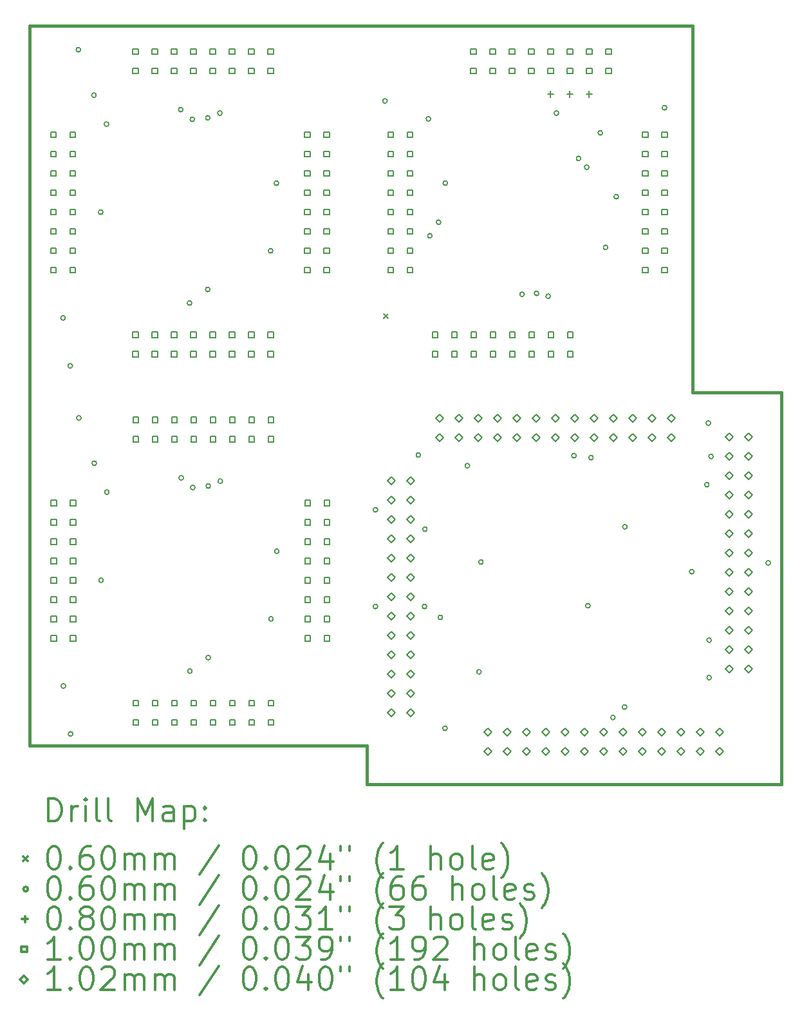
<source format=gbr>
%FSLAX45Y45*%
G04 Gerber Fmt 4.5, Leading zero omitted, Abs format (unit mm)*
G04 Created by KiCad (PCBNEW 4.0.5+dfsg1-4) date Mon Jun 11 22:35:00 2018*
%MOMM*%
%LPD*%
G01*
G04 APERTURE LIST*
%ADD10C,0.127000*%
%ADD11C,0.381000*%
%ADD12C,0.200000*%
%ADD13C,0.300000*%
G04 APERTURE END LIST*
D10*
D11*
X10916920Y-13037820D02*
X10916920Y-3583940D01*
X10957560Y-13037820D02*
X10916920Y-13037820D01*
X15351760Y-13037820D02*
X10957560Y-13037820D01*
X15351760Y-13550900D02*
X15351760Y-13037820D01*
X20802600Y-13550900D02*
X15351760Y-13550900D01*
X20802600Y-8404860D02*
X20802600Y-13550900D01*
X19634200Y-8404860D02*
X20802600Y-8404860D01*
X19634200Y-3583940D02*
X19634200Y-8404860D01*
X10911840Y-3583940D02*
X19634200Y-3583940D01*
D12*
X15571978Y-7367778D02*
X15631922Y-7427722D01*
X15631922Y-7367778D02*
X15571978Y-7427722D01*
X11383800Y-7423150D02*
G75*
G03X11383800Y-7423150I-30000J0D01*
G01*
X11388880Y-12259310D02*
G75*
G03X11388880Y-12259310I-30000J0D01*
G01*
X11479050Y-8051800D02*
G75*
G03X11479050Y-8051800I-30000J0D01*
G01*
X11484130Y-12887960D02*
G75*
G03X11484130Y-12887960I-30000J0D01*
G01*
X11587000Y-3898900D02*
G75*
G03X11587000Y-3898900I-30000J0D01*
G01*
X11592080Y-8735060D02*
G75*
G03X11592080Y-8735060I-30000J0D01*
G01*
X11790200Y-4495800D02*
G75*
G03X11790200Y-4495800I-30000J0D01*
G01*
X11795280Y-9331960D02*
G75*
G03X11795280Y-9331960I-30000J0D01*
G01*
X11879100Y-6032500D02*
G75*
G03X11879100Y-6032500I-30000J0D01*
G01*
X11884180Y-10868660D02*
G75*
G03X11884180Y-10868660I-30000J0D01*
G01*
X11955300Y-4876800D02*
G75*
G03X11955300Y-4876800I-30000J0D01*
G01*
X11960380Y-9712960D02*
G75*
G03X11960380Y-9712960I-30000J0D01*
G01*
X12933200Y-4686300D02*
G75*
G03X12933200Y-4686300I-30000J0D01*
G01*
X12938280Y-9522460D02*
G75*
G03X12938280Y-9522460I-30000J0D01*
G01*
X13047500Y-7226300D02*
G75*
G03X13047500Y-7226300I-30000J0D01*
G01*
X13052580Y-12062460D02*
G75*
G03X13052580Y-12062460I-30000J0D01*
G01*
X13085600Y-4813300D02*
G75*
G03X13085600Y-4813300I-30000J0D01*
G01*
X13090680Y-9649460D02*
G75*
G03X13090680Y-9649460I-30000J0D01*
G01*
X13288800Y-4794250D02*
G75*
G03X13288800Y-4794250I-30000J0D01*
G01*
X13288800Y-7048500D02*
G75*
G03X13288800Y-7048500I-30000J0D01*
G01*
X13293880Y-9630410D02*
G75*
G03X13293880Y-9630410I-30000J0D01*
G01*
X13293880Y-11884660D02*
G75*
G03X13293880Y-11884660I-30000J0D01*
G01*
X13447550Y-4730750D02*
G75*
G03X13447550Y-4730750I-30000J0D01*
G01*
X13452630Y-9566910D02*
G75*
G03X13452630Y-9566910I-30000J0D01*
G01*
X14114300Y-6540500D02*
G75*
G03X14114300Y-6540500I-30000J0D01*
G01*
X14119380Y-11376660D02*
G75*
G03X14119380Y-11376660I-30000J0D01*
G01*
X14190500Y-5651500D02*
G75*
G03X14190500Y-5651500I-30000J0D01*
G01*
X14195580Y-10487660D02*
G75*
G03X14195580Y-10487660I-30000J0D01*
G01*
X15493520Y-9944100D02*
G75*
G03X15493520Y-9944100I-30000J0D01*
G01*
X15493520Y-11214100D02*
G75*
G03X15493520Y-11214100I-30000J0D01*
G01*
X15619250Y-4572000D02*
G75*
G03X15619250Y-4572000I-30000J0D01*
G01*
X16057400Y-9222740D02*
G75*
G03X16057400Y-9222740I-30000J0D01*
G01*
X16138680Y-11214100D02*
G75*
G03X16138680Y-11214100I-30000J0D01*
G01*
X16143760Y-10198100D02*
G75*
G03X16143760Y-10198100I-30000J0D01*
G01*
X16190750Y-4806950D02*
G75*
G03X16190750Y-4806950I-30000J0D01*
G01*
X16209800Y-6343650D02*
G75*
G03X16209800Y-6343650I-30000J0D01*
G01*
X16324100Y-6165850D02*
G75*
G03X16324100Y-6165850I-30000J0D01*
G01*
X16346960Y-11356340D02*
G75*
G03X16346960Y-11356340I-30000J0D01*
G01*
X16407920Y-12814300D02*
G75*
G03X16407920Y-12814300I-30000J0D01*
G01*
X16413000Y-5651500D02*
G75*
G03X16413000Y-5651500I-30000J0D01*
G01*
X16702560Y-9364980D02*
G75*
G03X16702560Y-9364980I-30000J0D01*
G01*
X16854960Y-12072620D02*
G75*
G03X16854960Y-12072620I-30000J0D01*
G01*
X16880360Y-10629900D02*
G75*
G03X16880360Y-10629900I-30000J0D01*
G01*
X17422650Y-7112000D02*
G75*
G03X17422650Y-7112000I-30000J0D01*
G01*
X17613150Y-7099300D02*
G75*
G03X17613150Y-7099300I-30000J0D01*
G01*
X17765550Y-7137400D02*
G75*
G03X17765550Y-7137400I-30000J0D01*
G01*
X17873500Y-4730750D02*
G75*
G03X17873500Y-4730750I-30000J0D01*
G01*
X18104640Y-9232900D02*
G75*
G03X18104640Y-9232900I-30000J0D01*
G01*
X18165600Y-5327650D02*
G75*
G03X18165600Y-5327650I-30000J0D01*
G01*
X18273550Y-5441950D02*
G75*
G03X18273550Y-5441950I-30000J0D01*
G01*
X18287520Y-11203940D02*
G75*
G03X18287520Y-11203940I-30000J0D01*
G01*
X18328160Y-9258300D02*
G75*
G03X18328160Y-9258300I-30000J0D01*
G01*
X18451350Y-4991100D02*
G75*
G03X18451350Y-4991100I-30000J0D01*
G01*
X18521200Y-6496050D02*
G75*
G03X18521200Y-6496050I-30000J0D01*
G01*
X18617720Y-12672060D02*
G75*
G03X18617720Y-12672060I-30000J0D01*
G01*
X18660900Y-5829300D02*
G75*
G03X18660900Y-5829300I-30000J0D01*
G01*
X18770120Y-12534900D02*
G75*
G03X18770120Y-12534900I-30000J0D01*
G01*
X18775200Y-10167620D02*
G75*
G03X18775200Y-10167620I-30000J0D01*
G01*
X19295900Y-4660900D02*
G75*
G03X19295900Y-4660900I-30000J0D01*
G01*
X19654040Y-10756900D02*
G75*
G03X19654040Y-10756900I-30000J0D01*
G01*
X19852160Y-9613900D02*
G75*
G03X19852160Y-9613900I-30000J0D01*
G01*
X19872480Y-8803640D02*
G75*
G03X19872480Y-8803640I-30000J0D01*
G01*
X19882640Y-11656060D02*
G75*
G03X19882640Y-11656060I-30000J0D01*
G01*
X19882640Y-12148820D02*
G75*
G03X19882640Y-12148820I-30000J0D01*
G01*
X19908040Y-9243060D02*
G75*
G03X19908040Y-9243060I-30000J0D01*
G01*
X20659880Y-10640060D02*
G75*
G03X20659880Y-10640060I-30000J0D01*
G01*
X17767300Y-4443100D02*
X17767300Y-4523100D01*
X17727300Y-4483100D02*
X17807300Y-4483100D01*
X18021300Y-4443100D02*
X18021300Y-4523100D01*
X17981300Y-4483100D02*
X18061300Y-4483100D01*
X18275300Y-4443100D02*
X18275300Y-4523100D01*
X18235300Y-4483100D02*
X18315300Y-4483100D01*
X11262156Y-5051856D02*
X11262156Y-4981144D01*
X11191444Y-4981144D01*
X11191444Y-5051856D01*
X11262156Y-5051856D01*
X11262156Y-5305856D02*
X11262156Y-5235144D01*
X11191444Y-5235144D01*
X11191444Y-5305856D01*
X11262156Y-5305856D01*
X11262156Y-5559856D02*
X11262156Y-5489144D01*
X11191444Y-5489144D01*
X11191444Y-5559856D01*
X11262156Y-5559856D01*
X11262156Y-5813856D02*
X11262156Y-5743144D01*
X11191444Y-5743144D01*
X11191444Y-5813856D01*
X11262156Y-5813856D01*
X11262156Y-6067856D02*
X11262156Y-5997144D01*
X11191444Y-5997144D01*
X11191444Y-6067856D01*
X11262156Y-6067856D01*
X11262156Y-6321856D02*
X11262156Y-6251144D01*
X11191444Y-6251144D01*
X11191444Y-6321856D01*
X11262156Y-6321856D01*
X11262156Y-6575856D02*
X11262156Y-6505144D01*
X11191444Y-6505144D01*
X11191444Y-6575856D01*
X11262156Y-6575856D01*
X11262156Y-6829856D02*
X11262156Y-6759144D01*
X11191444Y-6759144D01*
X11191444Y-6829856D01*
X11262156Y-6829856D01*
X11267236Y-9888016D02*
X11267236Y-9817304D01*
X11196524Y-9817304D01*
X11196524Y-9888016D01*
X11267236Y-9888016D01*
X11267236Y-10142016D02*
X11267236Y-10071304D01*
X11196524Y-10071304D01*
X11196524Y-10142016D01*
X11267236Y-10142016D01*
X11267236Y-10396016D02*
X11267236Y-10325304D01*
X11196524Y-10325304D01*
X11196524Y-10396016D01*
X11267236Y-10396016D01*
X11267236Y-10650016D02*
X11267236Y-10579304D01*
X11196524Y-10579304D01*
X11196524Y-10650016D01*
X11267236Y-10650016D01*
X11267236Y-10904016D02*
X11267236Y-10833304D01*
X11196524Y-10833304D01*
X11196524Y-10904016D01*
X11267236Y-10904016D01*
X11267236Y-11158016D02*
X11267236Y-11087304D01*
X11196524Y-11087304D01*
X11196524Y-11158016D01*
X11267236Y-11158016D01*
X11267236Y-11412016D02*
X11267236Y-11341304D01*
X11196524Y-11341304D01*
X11196524Y-11412016D01*
X11267236Y-11412016D01*
X11267236Y-11666016D02*
X11267236Y-11595304D01*
X11196524Y-11595304D01*
X11196524Y-11666016D01*
X11267236Y-11666016D01*
X11516156Y-5051856D02*
X11516156Y-4981144D01*
X11445444Y-4981144D01*
X11445444Y-5051856D01*
X11516156Y-5051856D01*
X11516156Y-5305856D02*
X11516156Y-5235144D01*
X11445444Y-5235144D01*
X11445444Y-5305856D01*
X11516156Y-5305856D01*
X11516156Y-5559856D02*
X11516156Y-5489144D01*
X11445444Y-5489144D01*
X11445444Y-5559856D01*
X11516156Y-5559856D01*
X11516156Y-5813856D02*
X11516156Y-5743144D01*
X11445444Y-5743144D01*
X11445444Y-5813856D01*
X11516156Y-5813856D01*
X11516156Y-6067856D02*
X11516156Y-5997144D01*
X11445444Y-5997144D01*
X11445444Y-6067856D01*
X11516156Y-6067856D01*
X11516156Y-6321856D02*
X11516156Y-6251144D01*
X11445444Y-6251144D01*
X11445444Y-6321856D01*
X11516156Y-6321856D01*
X11516156Y-6575856D02*
X11516156Y-6505144D01*
X11445444Y-6505144D01*
X11445444Y-6575856D01*
X11516156Y-6575856D01*
X11516156Y-6829856D02*
X11516156Y-6759144D01*
X11445444Y-6759144D01*
X11445444Y-6829856D01*
X11516156Y-6829856D01*
X11521236Y-9888016D02*
X11521236Y-9817304D01*
X11450524Y-9817304D01*
X11450524Y-9888016D01*
X11521236Y-9888016D01*
X11521236Y-10142016D02*
X11521236Y-10071304D01*
X11450524Y-10071304D01*
X11450524Y-10142016D01*
X11521236Y-10142016D01*
X11521236Y-10396016D02*
X11521236Y-10325304D01*
X11450524Y-10325304D01*
X11450524Y-10396016D01*
X11521236Y-10396016D01*
X11521236Y-10650016D02*
X11521236Y-10579304D01*
X11450524Y-10579304D01*
X11450524Y-10650016D01*
X11521236Y-10650016D01*
X11521236Y-10904016D02*
X11521236Y-10833304D01*
X11450524Y-10833304D01*
X11450524Y-10904016D01*
X11521236Y-10904016D01*
X11521236Y-11158016D02*
X11521236Y-11087304D01*
X11450524Y-11087304D01*
X11450524Y-11158016D01*
X11521236Y-11158016D01*
X11521236Y-11412016D02*
X11521236Y-11341304D01*
X11450524Y-11341304D01*
X11450524Y-11412016D01*
X11521236Y-11412016D01*
X11521236Y-11666016D02*
X11521236Y-11595304D01*
X11450524Y-11595304D01*
X11450524Y-11666016D01*
X11521236Y-11666016D01*
X12341656Y-3959656D02*
X12341656Y-3888944D01*
X12270944Y-3888944D01*
X12270944Y-3959656D01*
X12341656Y-3959656D01*
X12341656Y-4213656D02*
X12341656Y-4142944D01*
X12270944Y-4142944D01*
X12270944Y-4213656D01*
X12341656Y-4213656D01*
X12341656Y-7680756D02*
X12341656Y-7610044D01*
X12270944Y-7610044D01*
X12270944Y-7680756D01*
X12341656Y-7680756D01*
X12341656Y-7934756D02*
X12341656Y-7864044D01*
X12270944Y-7864044D01*
X12270944Y-7934756D01*
X12341656Y-7934756D01*
X12346736Y-8795816D02*
X12346736Y-8725104D01*
X12276024Y-8725104D01*
X12276024Y-8795816D01*
X12346736Y-8795816D01*
X12346736Y-9049816D02*
X12346736Y-8979104D01*
X12276024Y-8979104D01*
X12276024Y-9049816D01*
X12346736Y-9049816D01*
X12346736Y-12516916D02*
X12346736Y-12446204D01*
X12276024Y-12446204D01*
X12276024Y-12516916D01*
X12346736Y-12516916D01*
X12346736Y-12770916D02*
X12346736Y-12700204D01*
X12276024Y-12700204D01*
X12276024Y-12770916D01*
X12346736Y-12770916D01*
X12595656Y-3959656D02*
X12595656Y-3888944D01*
X12524944Y-3888944D01*
X12524944Y-3959656D01*
X12595656Y-3959656D01*
X12595656Y-4213656D02*
X12595656Y-4142944D01*
X12524944Y-4142944D01*
X12524944Y-4213656D01*
X12595656Y-4213656D01*
X12595656Y-7680756D02*
X12595656Y-7610044D01*
X12524944Y-7610044D01*
X12524944Y-7680756D01*
X12595656Y-7680756D01*
X12595656Y-7934756D02*
X12595656Y-7864044D01*
X12524944Y-7864044D01*
X12524944Y-7934756D01*
X12595656Y-7934756D01*
X12600736Y-8795816D02*
X12600736Y-8725104D01*
X12530024Y-8725104D01*
X12530024Y-8795816D01*
X12600736Y-8795816D01*
X12600736Y-9049816D02*
X12600736Y-8979104D01*
X12530024Y-8979104D01*
X12530024Y-9049816D01*
X12600736Y-9049816D01*
X12600736Y-12516916D02*
X12600736Y-12446204D01*
X12530024Y-12446204D01*
X12530024Y-12516916D01*
X12600736Y-12516916D01*
X12600736Y-12770916D02*
X12600736Y-12700204D01*
X12530024Y-12700204D01*
X12530024Y-12770916D01*
X12600736Y-12770916D01*
X12849656Y-3959656D02*
X12849656Y-3888944D01*
X12778944Y-3888944D01*
X12778944Y-3959656D01*
X12849656Y-3959656D01*
X12849656Y-4213656D02*
X12849656Y-4142944D01*
X12778944Y-4142944D01*
X12778944Y-4213656D01*
X12849656Y-4213656D01*
X12849656Y-7680756D02*
X12849656Y-7610044D01*
X12778944Y-7610044D01*
X12778944Y-7680756D01*
X12849656Y-7680756D01*
X12849656Y-7934756D02*
X12849656Y-7864044D01*
X12778944Y-7864044D01*
X12778944Y-7934756D01*
X12849656Y-7934756D01*
X12854736Y-8795816D02*
X12854736Y-8725104D01*
X12784024Y-8725104D01*
X12784024Y-8795816D01*
X12854736Y-8795816D01*
X12854736Y-9049816D02*
X12854736Y-8979104D01*
X12784024Y-8979104D01*
X12784024Y-9049816D01*
X12854736Y-9049816D01*
X12854736Y-12516916D02*
X12854736Y-12446204D01*
X12784024Y-12446204D01*
X12784024Y-12516916D01*
X12854736Y-12516916D01*
X12854736Y-12770916D02*
X12854736Y-12700204D01*
X12784024Y-12700204D01*
X12784024Y-12770916D01*
X12854736Y-12770916D01*
X13103656Y-3959656D02*
X13103656Y-3888944D01*
X13032944Y-3888944D01*
X13032944Y-3959656D01*
X13103656Y-3959656D01*
X13103656Y-4213656D02*
X13103656Y-4142944D01*
X13032944Y-4142944D01*
X13032944Y-4213656D01*
X13103656Y-4213656D01*
X13103656Y-7680756D02*
X13103656Y-7610044D01*
X13032944Y-7610044D01*
X13032944Y-7680756D01*
X13103656Y-7680756D01*
X13103656Y-7934756D02*
X13103656Y-7864044D01*
X13032944Y-7864044D01*
X13032944Y-7934756D01*
X13103656Y-7934756D01*
X13108736Y-8795816D02*
X13108736Y-8725104D01*
X13038024Y-8725104D01*
X13038024Y-8795816D01*
X13108736Y-8795816D01*
X13108736Y-9049816D02*
X13108736Y-8979104D01*
X13038024Y-8979104D01*
X13038024Y-9049816D01*
X13108736Y-9049816D01*
X13108736Y-12516916D02*
X13108736Y-12446204D01*
X13038024Y-12446204D01*
X13038024Y-12516916D01*
X13108736Y-12516916D01*
X13108736Y-12770916D02*
X13108736Y-12700204D01*
X13038024Y-12700204D01*
X13038024Y-12770916D01*
X13108736Y-12770916D01*
X13357656Y-3959656D02*
X13357656Y-3888944D01*
X13286944Y-3888944D01*
X13286944Y-3959656D01*
X13357656Y-3959656D01*
X13357656Y-4213656D02*
X13357656Y-4142944D01*
X13286944Y-4142944D01*
X13286944Y-4213656D01*
X13357656Y-4213656D01*
X13357656Y-7680756D02*
X13357656Y-7610044D01*
X13286944Y-7610044D01*
X13286944Y-7680756D01*
X13357656Y-7680756D01*
X13357656Y-7934756D02*
X13357656Y-7864044D01*
X13286944Y-7864044D01*
X13286944Y-7934756D01*
X13357656Y-7934756D01*
X13362736Y-8795816D02*
X13362736Y-8725104D01*
X13292024Y-8725104D01*
X13292024Y-8795816D01*
X13362736Y-8795816D01*
X13362736Y-9049816D02*
X13362736Y-8979104D01*
X13292024Y-8979104D01*
X13292024Y-9049816D01*
X13362736Y-9049816D01*
X13362736Y-12516916D02*
X13362736Y-12446204D01*
X13292024Y-12446204D01*
X13292024Y-12516916D01*
X13362736Y-12516916D01*
X13362736Y-12770916D02*
X13362736Y-12700204D01*
X13292024Y-12700204D01*
X13292024Y-12770916D01*
X13362736Y-12770916D01*
X13611656Y-3959656D02*
X13611656Y-3888944D01*
X13540944Y-3888944D01*
X13540944Y-3959656D01*
X13611656Y-3959656D01*
X13611656Y-4213656D02*
X13611656Y-4142944D01*
X13540944Y-4142944D01*
X13540944Y-4213656D01*
X13611656Y-4213656D01*
X13611656Y-7680756D02*
X13611656Y-7610044D01*
X13540944Y-7610044D01*
X13540944Y-7680756D01*
X13611656Y-7680756D01*
X13611656Y-7934756D02*
X13611656Y-7864044D01*
X13540944Y-7864044D01*
X13540944Y-7934756D01*
X13611656Y-7934756D01*
X13616736Y-8795816D02*
X13616736Y-8725104D01*
X13546024Y-8725104D01*
X13546024Y-8795816D01*
X13616736Y-8795816D01*
X13616736Y-9049816D02*
X13616736Y-8979104D01*
X13546024Y-8979104D01*
X13546024Y-9049816D01*
X13616736Y-9049816D01*
X13616736Y-12516916D02*
X13616736Y-12446204D01*
X13546024Y-12446204D01*
X13546024Y-12516916D01*
X13616736Y-12516916D01*
X13616736Y-12770916D02*
X13616736Y-12700204D01*
X13546024Y-12700204D01*
X13546024Y-12770916D01*
X13616736Y-12770916D01*
X13865656Y-3959656D02*
X13865656Y-3888944D01*
X13794944Y-3888944D01*
X13794944Y-3959656D01*
X13865656Y-3959656D01*
X13865656Y-4213656D02*
X13865656Y-4142944D01*
X13794944Y-4142944D01*
X13794944Y-4213656D01*
X13865656Y-4213656D01*
X13865656Y-7680756D02*
X13865656Y-7610044D01*
X13794944Y-7610044D01*
X13794944Y-7680756D01*
X13865656Y-7680756D01*
X13865656Y-7934756D02*
X13865656Y-7864044D01*
X13794944Y-7864044D01*
X13794944Y-7934756D01*
X13865656Y-7934756D01*
X13870736Y-8795816D02*
X13870736Y-8725104D01*
X13800024Y-8725104D01*
X13800024Y-8795816D01*
X13870736Y-8795816D01*
X13870736Y-9049816D02*
X13870736Y-8979104D01*
X13800024Y-8979104D01*
X13800024Y-9049816D01*
X13870736Y-9049816D01*
X13870736Y-12516916D02*
X13870736Y-12446204D01*
X13800024Y-12446204D01*
X13800024Y-12516916D01*
X13870736Y-12516916D01*
X13870736Y-12770916D02*
X13870736Y-12700204D01*
X13800024Y-12700204D01*
X13800024Y-12770916D01*
X13870736Y-12770916D01*
X14119656Y-3959656D02*
X14119656Y-3888944D01*
X14048944Y-3888944D01*
X14048944Y-3959656D01*
X14119656Y-3959656D01*
X14119656Y-4213656D02*
X14119656Y-4142944D01*
X14048944Y-4142944D01*
X14048944Y-4213656D01*
X14119656Y-4213656D01*
X14119656Y-7680756D02*
X14119656Y-7610044D01*
X14048944Y-7610044D01*
X14048944Y-7680756D01*
X14119656Y-7680756D01*
X14119656Y-7934756D02*
X14119656Y-7864044D01*
X14048944Y-7864044D01*
X14048944Y-7934756D01*
X14119656Y-7934756D01*
X14124736Y-8795816D02*
X14124736Y-8725104D01*
X14054024Y-8725104D01*
X14054024Y-8795816D01*
X14124736Y-8795816D01*
X14124736Y-9049816D02*
X14124736Y-8979104D01*
X14054024Y-8979104D01*
X14054024Y-9049816D01*
X14124736Y-9049816D01*
X14124736Y-12516916D02*
X14124736Y-12446204D01*
X14054024Y-12446204D01*
X14054024Y-12516916D01*
X14124736Y-12516916D01*
X14124736Y-12770916D02*
X14124736Y-12700204D01*
X14054024Y-12700204D01*
X14054024Y-12770916D01*
X14124736Y-12770916D01*
X14602256Y-5051856D02*
X14602256Y-4981144D01*
X14531544Y-4981144D01*
X14531544Y-5051856D01*
X14602256Y-5051856D01*
X14602256Y-5305856D02*
X14602256Y-5235144D01*
X14531544Y-5235144D01*
X14531544Y-5305856D01*
X14602256Y-5305856D01*
X14602256Y-5559856D02*
X14602256Y-5489144D01*
X14531544Y-5489144D01*
X14531544Y-5559856D01*
X14602256Y-5559856D01*
X14602256Y-5813856D02*
X14602256Y-5743144D01*
X14531544Y-5743144D01*
X14531544Y-5813856D01*
X14602256Y-5813856D01*
X14602256Y-6067856D02*
X14602256Y-5997144D01*
X14531544Y-5997144D01*
X14531544Y-6067856D01*
X14602256Y-6067856D01*
X14602256Y-6321856D02*
X14602256Y-6251144D01*
X14531544Y-6251144D01*
X14531544Y-6321856D01*
X14602256Y-6321856D01*
X14602256Y-6575856D02*
X14602256Y-6505144D01*
X14531544Y-6505144D01*
X14531544Y-6575856D01*
X14602256Y-6575856D01*
X14602256Y-6829856D02*
X14602256Y-6759144D01*
X14531544Y-6759144D01*
X14531544Y-6829856D01*
X14602256Y-6829856D01*
X14607336Y-9888016D02*
X14607336Y-9817304D01*
X14536624Y-9817304D01*
X14536624Y-9888016D01*
X14607336Y-9888016D01*
X14607336Y-10142016D02*
X14607336Y-10071304D01*
X14536624Y-10071304D01*
X14536624Y-10142016D01*
X14607336Y-10142016D01*
X14607336Y-10396016D02*
X14607336Y-10325304D01*
X14536624Y-10325304D01*
X14536624Y-10396016D01*
X14607336Y-10396016D01*
X14607336Y-10650016D02*
X14607336Y-10579304D01*
X14536624Y-10579304D01*
X14536624Y-10650016D01*
X14607336Y-10650016D01*
X14607336Y-10904016D02*
X14607336Y-10833304D01*
X14536624Y-10833304D01*
X14536624Y-10904016D01*
X14607336Y-10904016D01*
X14607336Y-11158016D02*
X14607336Y-11087304D01*
X14536624Y-11087304D01*
X14536624Y-11158016D01*
X14607336Y-11158016D01*
X14607336Y-11412016D02*
X14607336Y-11341304D01*
X14536624Y-11341304D01*
X14536624Y-11412016D01*
X14607336Y-11412016D01*
X14607336Y-11666016D02*
X14607336Y-11595304D01*
X14536624Y-11595304D01*
X14536624Y-11666016D01*
X14607336Y-11666016D01*
X14856256Y-5051856D02*
X14856256Y-4981144D01*
X14785544Y-4981144D01*
X14785544Y-5051856D01*
X14856256Y-5051856D01*
X14856256Y-5305856D02*
X14856256Y-5235144D01*
X14785544Y-5235144D01*
X14785544Y-5305856D01*
X14856256Y-5305856D01*
X14856256Y-5559856D02*
X14856256Y-5489144D01*
X14785544Y-5489144D01*
X14785544Y-5559856D01*
X14856256Y-5559856D01*
X14856256Y-5813856D02*
X14856256Y-5743144D01*
X14785544Y-5743144D01*
X14785544Y-5813856D01*
X14856256Y-5813856D01*
X14856256Y-6067856D02*
X14856256Y-5997144D01*
X14785544Y-5997144D01*
X14785544Y-6067856D01*
X14856256Y-6067856D01*
X14856256Y-6321856D02*
X14856256Y-6251144D01*
X14785544Y-6251144D01*
X14785544Y-6321856D01*
X14856256Y-6321856D01*
X14856256Y-6575856D02*
X14856256Y-6505144D01*
X14785544Y-6505144D01*
X14785544Y-6575856D01*
X14856256Y-6575856D01*
X14856256Y-6829856D02*
X14856256Y-6759144D01*
X14785544Y-6759144D01*
X14785544Y-6829856D01*
X14856256Y-6829856D01*
X14861336Y-9888016D02*
X14861336Y-9817304D01*
X14790624Y-9817304D01*
X14790624Y-9888016D01*
X14861336Y-9888016D01*
X14861336Y-10142016D02*
X14861336Y-10071304D01*
X14790624Y-10071304D01*
X14790624Y-10142016D01*
X14861336Y-10142016D01*
X14861336Y-10396016D02*
X14861336Y-10325304D01*
X14790624Y-10325304D01*
X14790624Y-10396016D01*
X14861336Y-10396016D01*
X14861336Y-10650016D02*
X14861336Y-10579304D01*
X14790624Y-10579304D01*
X14790624Y-10650016D01*
X14861336Y-10650016D01*
X14861336Y-10904016D02*
X14861336Y-10833304D01*
X14790624Y-10833304D01*
X14790624Y-10904016D01*
X14861336Y-10904016D01*
X14861336Y-11158016D02*
X14861336Y-11087304D01*
X14790624Y-11087304D01*
X14790624Y-11158016D01*
X14861336Y-11158016D01*
X14861336Y-11412016D02*
X14861336Y-11341304D01*
X14790624Y-11341304D01*
X14790624Y-11412016D01*
X14861336Y-11412016D01*
X14861336Y-11666016D02*
X14861336Y-11595304D01*
X14790624Y-11595304D01*
X14790624Y-11666016D01*
X14861336Y-11666016D01*
X15700806Y-5051856D02*
X15700806Y-4981144D01*
X15630094Y-4981144D01*
X15630094Y-5051856D01*
X15700806Y-5051856D01*
X15700806Y-5305856D02*
X15700806Y-5235144D01*
X15630094Y-5235144D01*
X15630094Y-5305856D01*
X15700806Y-5305856D01*
X15700806Y-5559856D02*
X15700806Y-5489144D01*
X15630094Y-5489144D01*
X15630094Y-5559856D01*
X15700806Y-5559856D01*
X15700806Y-5813856D02*
X15700806Y-5743144D01*
X15630094Y-5743144D01*
X15630094Y-5813856D01*
X15700806Y-5813856D01*
X15700806Y-6067856D02*
X15700806Y-5997144D01*
X15630094Y-5997144D01*
X15630094Y-6067856D01*
X15700806Y-6067856D01*
X15700806Y-6321856D02*
X15700806Y-6251144D01*
X15630094Y-6251144D01*
X15630094Y-6321856D01*
X15700806Y-6321856D01*
X15700806Y-6575856D02*
X15700806Y-6505144D01*
X15630094Y-6505144D01*
X15630094Y-6575856D01*
X15700806Y-6575856D01*
X15700806Y-6829856D02*
X15700806Y-6759144D01*
X15630094Y-6759144D01*
X15630094Y-6829856D01*
X15700806Y-6829856D01*
X15954806Y-5051856D02*
X15954806Y-4981144D01*
X15884094Y-4981144D01*
X15884094Y-5051856D01*
X15954806Y-5051856D01*
X15954806Y-5305856D02*
X15954806Y-5235144D01*
X15884094Y-5235144D01*
X15884094Y-5305856D01*
X15954806Y-5305856D01*
X15954806Y-5559856D02*
X15954806Y-5489144D01*
X15884094Y-5489144D01*
X15884094Y-5559856D01*
X15954806Y-5559856D01*
X15954806Y-5813856D02*
X15954806Y-5743144D01*
X15884094Y-5743144D01*
X15884094Y-5813856D01*
X15954806Y-5813856D01*
X15954806Y-6067856D02*
X15954806Y-5997144D01*
X15884094Y-5997144D01*
X15884094Y-6067856D01*
X15954806Y-6067856D01*
X15954806Y-6321856D02*
X15954806Y-6251144D01*
X15884094Y-6251144D01*
X15884094Y-6321856D01*
X15954806Y-6321856D01*
X15954806Y-6575856D02*
X15954806Y-6505144D01*
X15884094Y-6505144D01*
X15884094Y-6575856D01*
X15954806Y-6575856D01*
X15954806Y-6829856D02*
X15954806Y-6759144D01*
X15884094Y-6759144D01*
X15884094Y-6829856D01*
X15954806Y-6829856D01*
X16285006Y-7680756D02*
X16285006Y-7610044D01*
X16214294Y-7610044D01*
X16214294Y-7680756D01*
X16285006Y-7680756D01*
X16285006Y-7934756D02*
X16285006Y-7864044D01*
X16214294Y-7864044D01*
X16214294Y-7934756D01*
X16285006Y-7934756D01*
X16539006Y-7680756D02*
X16539006Y-7610044D01*
X16468294Y-7610044D01*
X16468294Y-7680756D01*
X16539006Y-7680756D01*
X16539006Y-7934756D02*
X16539006Y-7864044D01*
X16468294Y-7864044D01*
X16468294Y-7934756D01*
X16539006Y-7934756D01*
X16786656Y-3959656D02*
X16786656Y-3888944D01*
X16715944Y-3888944D01*
X16715944Y-3959656D01*
X16786656Y-3959656D01*
X16786656Y-4213656D02*
X16786656Y-4142944D01*
X16715944Y-4142944D01*
X16715944Y-4213656D01*
X16786656Y-4213656D01*
X16793006Y-7680756D02*
X16793006Y-7610044D01*
X16722294Y-7610044D01*
X16722294Y-7680756D01*
X16793006Y-7680756D01*
X16793006Y-7934756D02*
X16793006Y-7864044D01*
X16722294Y-7864044D01*
X16722294Y-7934756D01*
X16793006Y-7934756D01*
X17040656Y-3959656D02*
X17040656Y-3888944D01*
X16969944Y-3888944D01*
X16969944Y-3959656D01*
X17040656Y-3959656D01*
X17040656Y-4213656D02*
X17040656Y-4142944D01*
X16969944Y-4142944D01*
X16969944Y-4213656D01*
X17040656Y-4213656D01*
X17047006Y-7680756D02*
X17047006Y-7610044D01*
X16976294Y-7610044D01*
X16976294Y-7680756D01*
X17047006Y-7680756D01*
X17047006Y-7934756D02*
X17047006Y-7864044D01*
X16976294Y-7864044D01*
X16976294Y-7934756D01*
X17047006Y-7934756D01*
X17294656Y-3959656D02*
X17294656Y-3888944D01*
X17223944Y-3888944D01*
X17223944Y-3959656D01*
X17294656Y-3959656D01*
X17294656Y-4213656D02*
X17294656Y-4142944D01*
X17223944Y-4142944D01*
X17223944Y-4213656D01*
X17294656Y-4213656D01*
X17301006Y-7680756D02*
X17301006Y-7610044D01*
X17230294Y-7610044D01*
X17230294Y-7680756D01*
X17301006Y-7680756D01*
X17301006Y-7934756D02*
X17301006Y-7864044D01*
X17230294Y-7864044D01*
X17230294Y-7934756D01*
X17301006Y-7934756D01*
X17548656Y-3959656D02*
X17548656Y-3888944D01*
X17477944Y-3888944D01*
X17477944Y-3959656D01*
X17548656Y-3959656D01*
X17548656Y-4213656D02*
X17548656Y-4142944D01*
X17477944Y-4142944D01*
X17477944Y-4213656D01*
X17548656Y-4213656D01*
X17555006Y-7680756D02*
X17555006Y-7610044D01*
X17484294Y-7610044D01*
X17484294Y-7680756D01*
X17555006Y-7680756D01*
X17555006Y-7934756D02*
X17555006Y-7864044D01*
X17484294Y-7864044D01*
X17484294Y-7934756D01*
X17555006Y-7934756D01*
X17802656Y-3959656D02*
X17802656Y-3888944D01*
X17731944Y-3888944D01*
X17731944Y-3959656D01*
X17802656Y-3959656D01*
X17802656Y-4213656D02*
X17802656Y-4142944D01*
X17731944Y-4142944D01*
X17731944Y-4213656D01*
X17802656Y-4213656D01*
X17809006Y-7680756D02*
X17809006Y-7610044D01*
X17738294Y-7610044D01*
X17738294Y-7680756D01*
X17809006Y-7680756D01*
X17809006Y-7934756D02*
X17809006Y-7864044D01*
X17738294Y-7864044D01*
X17738294Y-7934756D01*
X17809006Y-7934756D01*
X18056656Y-3959656D02*
X18056656Y-3888944D01*
X17985944Y-3888944D01*
X17985944Y-3959656D01*
X18056656Y-3959656D01*
X18056656Y-4213656D02*
X18056656Y-4142944D01*
X17985944Y-4142944D01*
X17985944Y-4213656D01*
X18056656Y-4213656D01*
X18063006Y-7680756D02*
X18063006Y-7610044D01*
X17992294Y-7610044D01*
X17992294Y-7680756D01*
X18063006Y-7680756D01*
X18063006Y-7934756D02*
X18063006Y-7864044D01*
X17992294Y-7864044D01*
X17992294Y-7934756D01*
X18063006Y-7934756D01*
X18310656Y-3959656D02*
X18310656Y-3888944D01*
X18239944Y-3888944D01*
X18239944Y-3959656D01*
X18310656Y-3959656D01*
X18310656Y-4213656D02*
X18310656Y-4142944D01*
X18239944Y-4142944D01*
X18239944Y-4213656D01*
X18310656Y-4213656D01*
X18564656Y-3959656D02*
X18564656Y-3888944D01*
X18493944Y-3888944D01*
X18493944Y-3959656D01*
X18564656Y-3959656D01*
X18564656Y-4213656D02*
X18564656Y-4142944D01*
X18493944Y-4142944D01*
X18493944Y-4213656D01*
X18564656Y-4213656D01*
X19047256Y-5051856D02*
X19047256Y-4981144D01*
X18976544Y-4981144D01*
X18976544Y-5051856D01*
X19047256Y-5051856D01*
X19047256Y-5305856D02*
X19047256Y-5235144D01*
X18976544Y-5235144D01*
X18976544Y-5305856D01*
X19047256Y-5305856D01*
X19047256Y-5559856D02*
X19047256Y-5489144D01*
X18976544Y-5489144D01*
X18976544Y-5559856D01*
X19047256Y-5559856D01*
X19047256Y-5813856D02*
X19047256Y-5743144D01*
X18976544Y-5743144D01*
X18976544Y-5813856D01*
X19047256Y-5813856D01*
X19047256Y-6067856D02*
X19047256Y-5997144D01*
X18976544Y-5997144D01*
X18976544Y-6067856D01*
X19047256Y-6067856D01*
X19047256Y-6321856D02*
X19047256Y-6251144D01*
X18976544Y-6251144D01*
X18976544Y-6321856D01*
X19047256Y-6321856D01*
X19047256Y-6575856D02*
X19047256Y-6505144D01*
X18976544Y-6505144D01*
X18976544Y-6575856D01*
X19047256Y-6575856D01*
X19047256Y-6829856D02*
X19047256Y-6759144D01*
X18976544Y-6759144D01*
X18976544Y-6829856D01*
X19047256Y-6829856D01*
X19301256Y-5051856D02*
X19301256Y-4981144D01*
X19230544Y-4981144D01*
X19230544Y-5051856D01*
X19301256Y-5051856D01*
X19301256Y-5305856D02*
X19301256Y-5235144D01*
X19230544Y-5235144D01*
X19230544Y-5305856D01*
X19301256Y-5305856D01*
X19301256Y-5559856D02*
X19301256Y-5489144D01*
X19230544Y-5489144D01*
X19230544Y-5559856D01*
X19301256Y-5559856D01*
X19301256Y-5813856D02*
X19301256Y-5743144D01*
X19230544Y-5743144D01*
X19230544Y-5813856D01*
X19301256Y-5813856D01*
X19301256Y-6067856D02*
X19301256Y-5997144D01*
X19230544Y-5997144D01*
X19230544Y-6067856D01*
X19301256Y-6067856D01*
X19301256Y-6321856D02*
X19301256Y-6251144D01*
X19230544Y-6251144D01*
X19230544Y-6321856D01*
X19301256Y-6321856D01*
X19301256Y-6575856D02*
X19301256Y-6505144D01*
X19230544Y-6505144D01*
X19230544Y-6575856D01*
X19301256Y-6575856D01*
X19301256Y-6829856D02*
X19301256Y-6759144D01*
X19230544Y-6759144D01*
X19230544Y-6829856D01*
X19301256Y-6829856D01*
X15671800Y-9613900D02*
X15722600Y-9563100D01*
X15671800Y-9512300D01*
X15621000Y-9563100D01*
X15671800Y-9613900D01*
X15671800Y-9867900D02*
X15722600Y-9817100D01*
X15671800Y-9766300D01*
X15621000Y-9817100D01*
X15671800Y-9867900D01*
X15671800Y-10121900D02*
X15722600Y-10071100D01*
X15671800Y-10020300D01*
X15621000Y-10071100D01*
X15671800Y-10121900D01*
X15671800Y-10375900D02*
X15722600Y-10325100D01*
X15671800Y-10274300D01*
X15621000Y-10325100D01*
X15671800Y-10375900D01*
X15671800Y-10629900D02*
X15722600Y-10579100D01*
X15671800Y-10528300D01*
X15621000Y-10579100D01*
X15671800Y-10629900D01*
X15671800Y-10883900D02*
X15722600Y-10833100D01*
X15671800Y-10782300D01*
X15621000Y-10833100D01*
X15671800Y-10883900D01*
X15671800Y-11137900D02*
X15722600Y-11087100D01*
X15671800Y-11036300D01*
X15621000Y-11087100D01*
X15671800Y-11137900D01*
X15671800Y-11391900D02*
X15722600Y-11341100D01*
X15671800Y-11290300D01*
X15621000Y-11341100D01*
X15671800Y-11391900D01*
X15671800Y-11645900D02*
X15722600Y-11595100D01*
X15671800Y-11544300D01*
X15621000Y-11595100D01*
X15671800Y-11645900D01*
X15671800Y-11899900D02*
X15722600Y-11849100D01*
X15671800Y-11798300D01*
X15621000Y-11849100D01*
X15671800Y-11899900D01*
X15671800Y-12153900D02*
X15722600Y-12103100D01*
X15671800Y-12052300D01*
X15621000Y-12103100D01*
X15671800Y-12153900D01*
X15671800Y-12407900D02*
X15722600Y-12357100D01*
X15671800Y-12306300D01*
X15621000Y-12357100D01*
X15671800Y-12407900D01*
X15671800Y-12661900D02*
X15722600Y-12611100D01*
X15671800Y-12560300D01*
X15621000Y-12611100D01*
X15671800Y-12661900D01*
X15925800Y-9613900D02*
X15976600Y-9563100D01*
X15925800Y-9512300D01*
X15875000Y-9563100D01*
X15925800Y-9613900D01*
X15925800Y-9867900D02*
X15976600Y-9817100D01*
X15925800Y-9766300D01*
X15875000Y-9817100D01*
X15925800Y-9867900D01*
X15925800Y-10121900D02*
X15976600Y-10071100D01*
X15925800Y-10020300D01*
X15875000Y-10071100D01*
X15925800Y-10121900D01*
X15925800Y-10375900D02*
X15976600Y-10325100D01*
X15925800Y-10274300D01*
X15875000Y-10325100D01*
X15925800Y-10375900D01*
X15925800Y-10629900D02*
X15976600Y-10579100D01*
X15925800Y-10528300D01*
X15875000Y-10579100D01*
X15925800Y-10629900D01*
X15925800Y-10883900D02*
X15976600Y-10833100D01*
X15925800Y-10782300D01*
X15875000Y-10833100D01*
X15925800Y-10883900D01*
X15925800Y-11137900D02*
X15976600Y-11087100D01*
X15925800Y-11036300D01*
X15875000Y-11087100D01*
X15925800Y-11137900D01*
X15925800Y-11391900D02*
X15976600Y-11341100D01*
X15925800Y-11290300D01*
X15875000Y-11341100D01*
X15925800Y-11391900D01*
X15925800Y-11645900D02*
X15976600Y-11595100D01*
X15925800Y-11544300D01*
X15875000Y-11595100D01*
X15925800Y-11645900D01*
X15925800Y-11899900D02*
X15976600Y-11849100D01*
X15925800Y-11798300D01*
X15875000Y-11849100D01*
X15925800Y-11899900D01*
X15925800Y-12153900D02*
X15976600Y-12103100D01*
X15925800Y-12052300D01*
X15875000Y-12103100D01*
X15925800Y-12153900D01*
X15925800Y-12407900D02*
X15976600Y-12357100D01*
X15925800Y-12306300D01*
X15875000Y-12357100D01*
X15925800Y-12407900D01*
X15925800Y-12661900D02*
X15976600Y-12611100D01*
X15925800Y-12560300D01*
X15875000Y-12611100D01*
X15925800Y-12661900D01*
X16306800Y-8788400D02*
X16357600Y-8737600D01*
X16306800Y-8686800D01*
X16256000Y-8737600D01*
X16306800Y-8788400D01*
X16306800Y-9042400D02*
X16357600Y-8991600D01*
X16306800Y-8940800D01*
X16256000Y-8991600D01*
X16306800Y-9042400D01*
X16560800Y-8788400D02*
X16611600Y-8737600D01*
X16560800Y-8686800D01*
X16510000Y-8737600D01*
X16560800Y-8788400D01*
X16560800Y-9042400D02*
X16611600Y-8991600D01*
X16560800Y-8940800D01*
X16510000Y-8991600D01*
X16560800Y-9042400D01*
X16814800Y-8788400D02*
X16865600Y-8737600D01*
X16814800Y-8686800D01*
X16764000Y-8737600D01*
X16814800Y-8788400D01*
X16814800Y-9042400D02*
X16865600Y-8991600D01*
X16814800Y-8940800D01*
X16764000Y-8991600D01*
X16814800Y-9042400D01*
X16941800Y-12915900D02*
X16992600Y-12865100D01*
X16941800Y-12814300D01*
X16891000Y-12865100D01*
X16941800Y-12915900D01*
X16941800Y-13169900D02*
X16992600Y-13119100D01*
X16941800Y-13068300D01*
X16891000Y-13119100D01*
X16941800Y-13169900D01*
X17068800Y-8788400D02*
X17119600Y-8737600D01*
X17068800Y-8686800D01*
X17018000Y-8737600D01*
X17068800Y-8788400D01*
X17068800Y-9042400D02*
X17119600Y-8991600D01*
X17068800Y-8940800D01*
X17018000Y-8991600D01*
X17068800Y-9042400D01*
X17195800Y-12915900D02*
X17246600Y-12865100D01*
X17195800Y-12814300D01*
X17145000Y-12865100D01*
X17195800Y-12915900D01*
X17195800Y-13169900D02*
X17246600Y-13119100D01*
X17195800Y-13068300D01*
X17145000Y-13119100D01*
X17195800Y-13169900D01*
X17322800Y-8788400D02*
X17373600Y-8737600D01*
X17322800Y-8686800D01*
X17272000Y-8737600D01*
X17322800Y-8788400D01*
X17322800Y-9042400D02*
X17373600Y-8991600D01*
X17322800Y-8940800D01*
X17272000Y-8991600D01*
X17322800Y-9042400D01*
X17449800Y-12915900D02*
X17500600Y-12865100D01*
X17449800Y-12814300D01*
X17399000Y-12865100D01*
X17449800Y-12915900D01*
X17449800Y-13169900D02*
X17500600Y-13119100D01*
X17449800Y-13068300D01*
X17399000Y-13119100D01*
X17449800Y-13169900D01*
X17576800Y-8788400D02*
X17627600Y-8737600D01*
X17576800Y-8686800D01*
X17526000Y-8737600D01*
X17576800Y-8788400D01*
X17576800Y-9042400D02*
X17627600Y-8991600D01*
X17576800Y-8940800D01*
X17526000Y-8991600D01*
X17576800Y-9042400D01*
X17703800Y-12915900D02*
X17754600Y-12865100D01*
X17703800Y-12814300D01*
X17653000Y-12865100D01*
X17703800Y-12915900D01*
X17703800Y-13169900D02*
X17754600Y-13119100D01*
X17703800Y-13068300D01*
X17653000Y-13119100D01*
X17703800Y-13169900D01*
X17830800Y-8788400D02*
X17881600Y-8737600D01*
X17830800Y-8686800D01*
X17780000Y-8737600D01*
X17830800Y-8788400D01*
X17830800Y-9042400D02*
X17881600Y-8991600D01*
X17830800Y-8940800D01*
X17780000Y-8991600D01*
X17830800Y-9042400D01*
X17957800Y-12915900D02*
X18008600Y-12865100D01*
X17957800Y-12814300D01*
X17907000Y-12865100D01*
X17957800Y-12915900D01*
X17957800Y-13169900D02*
X18008600Y-13119100D01*
X17957800Y-13068300D01*
X17907000Y-13119100D01*
X17957800Y-13169900D01*
X18084800Y-8788400D02*
X18135600Y-8737600D01*
X18084800Y-8686800D01*
X18034000Y-8737600D01*
X18084800Y-8788400D01*
X18084800Y-9042400D02*
X18135600Y-8991600D01*
X18084800Y-8940800D01*
X18034000Y-8991600D01*
X18084800Y-9042400D01*
X18211800Y-12915900D02*
X18262600Y-12865100D01*
X18211800Y-12814300D01*
X18161000Y-12865100D01*
X18211800Y-12915900D01*
X18211800Y-13169900D02*
X18262600Y-13119100D01*
X18211800Y-13068300D01*
X18161000Y-13119100D01*
X18211800Y-13169900D01*
X18338800Y-8788400D02*
X18389600Y-8737600D01*
X18338800Y-8686800D01*
X18288000Y-8737600D01*
X18338800Y-8788400D01*
X18338800Y-9042400D02*
X18389600Y-8991600D01*
X18338800Y-8940800D01*
X18288000Y-8991600D01*
X18338800Y-9042400D01*
X18465800Y-12915900D02*
X18516600Y-12865100D01*
X18465800Y-12814300D01*
X18415000Y-12865100D01*
X18465800Y-12915900D01*
X18465800Y-13169900D02*
X18516600Y-13119100D01*
X18465800Y-13068300D01*
X18415000Y-13119100D01*
X18465800Y-13169900D01*
X18592800Y-8788400D02*
X18643600Y-8737600D01*
X18592800Y-8686800D01*
X18542000Y-8737600D01*
X18592800Y-8788400D01*
X18592800Y-9042400D02*
X18643600Y-8991600D01*
X18592800Y-8940800D01*
X18542000Y-8991600D01*
X18592800Y-9042400D01*
X18719800Y-12915900D02*
X18770600Y-12865100D01*
X18719800Y-12814300D01*
X18669000Y-12865100D01*
X18719800Y-12915900D01*
X18719800Y-13169900D02*
X18770600Y-13119100D01*
X18719800Y-13068300D01*
X18669000Y-13119100D01*
X18719800Y-13169900D01*
X18846800Y-8788400D02*
X18897600Y-8737600D01*
X18846800Y-8686800D01*
X18796000Y-8737600D01*
X18846800Y-8788400D01*
X18846800Y-9042400D02*
X18897600Y-8991600D01*
X18846800Y-8940800D01*
X18796000Y-8991600D01*
X18846800Y-9042400D01*
X18973800Y-12915900D02*
X19024600Y-12865100D01*
X18973800Y-12814300D01*
X18923000Y-12865100D01*
X18973800Y-12915900D01*
X18973800Y-13169900D02*
X19024600Y-13119100D01*
X18973800Y-13068300D01*
X18923000Y-13119100D01*
X18973800Y-13169900D01*
X19100800Y-8788400D02*
X19151600Y-8737600D01*
X19100800Y-8686800D01*
X19050000Y-8737600D01*
X19100800Y-8788400D01*
X19100800Y-9042400D02*
X19151600Y-8991600D01*
X19100800Y-8940800D01*
X19050000Y-8991600D01*
X19100800Y-9042400D01*
X19227800Y-12915900D02*
X19278600Y-12865100D01*
X19227800Y-12814300D01*
X19177000Y-12865100D01*
X19227800Y-12915900D01*
X19227800Y-13169900D02*
X19278600Y-13119100D01*
X19227800Y-13068300D01*
X19177000Y-13119100D01*
X19227800Y-13169900D01*
X19354800Y-8788400D02*
X19405600Y-8737600D01*
X19354800Y-8686800D01*
X19304000Y-8737600D01*
X19354800Y-8788400D01*
X19354800Y-9042400D02*
X19405600Y-8991600D01*
X19354800Y-8940800D01*
X19304000Y-8991600D01*
X19354800Y-9042400D01*
X19481800Y-12915900D02*
X19532600Y-12865100D01*
X19481800Y-12814300D01*
X19431000Y-12865100D01*
X19481800Y-12915900D01*
X19481800Y-13169900D02*
X19532600Y-13119100D01*
X19481800Y-13068300D01*
X19431000Y-13119100D01*
X19481800Y-13169900D01*
X19735800Y-12915900D02*
X19786600Y-12865100D01*
X19735800Y-12814300D01*
X19685000Y-12865100D01*
X19735800Y-12915900D01*
X19735800Y-13169900D02*
X19786600Y-13119100D01*
X19735800Y-13068300D01*
X19685000Y-13119100D01*
X19735800Y-13169900D01*
X19989800Y-12915900D02*
X20040600Y-12865100D01*
X19989800Y-12814300D01*
X19939000Y-12865100D01*
X19989800Y-12915900D01*
X19989800Y-13169900D02*
X20040600Y-13119100D01*
X19989800Y-13068300D01*
X19939000Y-13119100D01*
X19989800Y-13169900D01*
X20116800Y-9039860D02*
X20167600Y-8989060D01*
X20116800Y-8938260D01*
X20066000Y-8989060D01*
X20116800Y-9039860D01*
X20116800Y-9293860D02*
X20167600Y-9243060D01*
X20116800Y-9192260D01*
X20066000Y-9243060D01*
X20116800Y-9293860D01*
X20116800Y-9547860D02*
X20167600Y-9497060D01*
X20116800Y-9446260D01*
X20066000Y-9497060D01*
X20116800Y-9547860D01*
X20116800Y-9801860D02*
X20167600Y-9751060D01*
X20116800Y-9700260D01*
X20066000Y-9751060D01*
X20116800Y-9801860D01*
X20116800Y-10055860D02*
X20167600Y-10005060D01*
X20116800Y-9954260D01*
X20066000Y-10005060D01*
X20116800Y-10055860D01*
X20116800Y-10309860D02*
X20167600Y-10259060D01*
X20116800Y-10208260D01*
X20066000Y-10259060D01*
X20116800Y-10309860D01*
X20116800Y-10563860D02*
X20167600Y-10513060D01*
X20116800Y-10462260D01*
X20066000Y-10513060D01*
X20116800Y-10563860D01*
X20116800Y-10817860D02*
X20167600Y-10767060D01*
X20116800Y-10716260D01*
X20066000Y-10767060D01*
X20116800Y-10817860D01*
X20116800Y-11071860D02*
X20167600Y-11021060D01*
X20116800Y-10970260D01*
X20066000Y-11021060D01*
X20116800Y-11071860D01*
X20116800Y-11325860D02*
X20167600Y-11275060D01*
X20116800Y-11224260D01*
X20066000Y-11275060D01*
X20116800Y-11325860D01*
X20116800Y-11579860D02*
X20167600Y-11529060D01*
X20116800Y-11478260D01*
X20066000Y-11529060D01*
X20116800Y-11579860D01*
X20116800Y-11833860D02*
X20167600Y-11783060D01*
X20116800Y-11732260D01*
X20066000Y-11783060D01*
X20116800Y-11833860D01*
X20116800Y-12087860D02*
X20167600Y-12037060D01*
X20116800Y-11986260D01*
X20066000Y-12037060D01*
X20116800Y-12087860D01*
X20370800Y-9039860D02*
X20421600Y-8989060D01*
X20370800Y-8938260D01*
X20320000Y-8989060D01*
X20370800Y-9039860D01*
X20370800Y-9293860D02*
X20421600Y-9243060D01*
X20370800Y-9192260D01*
X20320000Y-9243060D01*
X20370800Y-9293860D01*
X20370800Y-9547860D02*
X20421600Y-9497060D01*
X20370800Y-9446260D01*
X20320000Y-9497060D01*
X20370800Y-9547860D01*
X20370800Y-9801860D02*
X20421600Y-9751060D01*
X20370800Y-9700260D01*
X20320000Y-9751060D01*
X20370800Y-9801860D01*
X20370800Y-10055860D02*
X20421600Y-10005060D01*
X20370800Y-9954260D01*
X20320000Y-10005060D01*
X20370800Y-10055860D01*
X20370800Y-10309860D02*
X20421600Y-10259060D01*
X20370800Y-10208260D01*
X20320000Y-10259060D01*
X20370800Y-10309860D01*
X20370800Y-10563860D02*
X20421600Y-10513060D01*
X20370800Y-10462260D01*
X20320000Y-10513060D01*
X20370800Y-10563860D01*
X20370800Y-10817860D02*
X20421600Y-10767060D01*
X20370800Y-10716260D01*
X20320000Y-10767060D01*
X20370800Y-10817860D01*
X20370800Y-11071860D02*
X20421600Y-11021060D01*
X20370800Y-10970260D01*
X20320000Y-11021060D01*
X20370800Y-11071860D01*
X20370800Y-11325860D02*
X20421600Y-11275060D01*
X20370800Y-11224260D01*
X20320000Y-11275060D01*
X20370800Y-11325860D01*
X20370800Y-11579860D02*
X20421600Y-11529060D01*
X20370800Y-11478260D01*
X20320000Y-11529060D01*
X20370800Y-11579860D01*
X20370800Y-11833860D02*
X20421600Y-11783060D01*
X20370800Y-11732260D01*
X20320000Y-11783060D01*
X20370800Y-11833860D01*
X20370800Y-12087860D02*
X20421600Y-12037060D01*
X20370800Y-11986260D01*
X20320000Y-12037060D01*
X20370800Y-12087860D01*
D13*
X11164219Y-14035664D02*
X11164219Y-13735664D01*
X11235647Y-13735664D01*
X11278504Y-13749950D01*
X11307076Y-13778521D01*
X11321361Y-13807093D01*
X11335647Y-13864236D01*
X11335647Y-13907093D01*
X11321361Y-13964236D01*
X11307076Y-13992807D01*
X11278504Y-14021379D01*
X11235647Y-14035664D01*
X11164219Y-14035664D01*
X11464218Y-14035664D02*
X11464218Y-13835664D01*
X11464218Y-13892807D02*
X11478504Y-13864236D01*
X11492790Y-13849950D01*
X11521361Y-13835664D01*
X11549933Y-13835664D01*
X11649933Y-14035664D02*
X11649933Y-13835664D01*
X11649933Y-13735664D02*
X11635647Y-13749950D01*
X11649933Y-13764236D01*
X11664218Y-13749950D01*
X11649933Y-13735664D01*
X11649933Y-13764236D01*
X11835647Y-14035664D02*
X11807076Y-14021379D01*
X11792790Y-13992807D01*
X11792790Y-13735664D01*
X11992790Y-14035664D02*
X11964218Y-14021379D01*
X11949933Y-13992807D01*
X11949933Y-13735664D01*
X12335647Y-14035664D02*
X12335647Y-13735664D01*
X12435647Y-13949950D01*
X12535647Y-13735664D01*
X12535647Y-14035664D01*
X12807076Y-14035664D02*
X12807076Y-13878521D01*
X12792790Y-13849950D01*
X12764218Y-13835664D01*
X12707076Y-13835664D01*
X12678504Y-13849950D01*
X12807076Y-14021379D02*
X12778504Y-14035664D01*
X12707076Y-14035664D01*
X12678504Y-14021379D01*
X12664218Y-13992807D01*
X12664218Y-13964236D01*
X12678504Y-13935664D01*
X12707076Y-13921379D01*
X12778504Y-13921379D01*
X12807076Y-13907093D01*
X12949933Y-13835664D02*
X12949933Y-14135664D01*
X12949933Y-13849950D02*
X12978504Y-13835664D01*
X13035647Y-13835664D01*
X13064218Y-13849950D01*
X13078504Y-13864236D01*
X13092790Y-13892807D01*
X13092790Y-13978521D01*
X13078504Y-14007093D01*
X13064218Y-14021379D01*
X13035647Y-14035664D01*
X12978504Y-14035664D01*
X12949933Y-14021379D01*
X13221361Y-14007093D02*
X13235647Y-14021379D01*
X13221361Y-14035664D01*
X13207076Y-14021379D01*
X13221361Y-14007093D01*
X13221361Y-14035664D01*
X13221361Y-13849950D02*
X13235647Y-13864236D01*
X13221361Y-13878521D01*
X13207076Y-13864236D01*
X13221361Y-13849950D01*
X13221361Y-13878521D01*
X10832846Y-14499978D02*
X10892790Y-14559922D01*
X10892790Y-14499978D02*
X10832846Y-14559922D01*
X11221361Y-14365664D02*
X11249933Y-14365664D01*
X11278504Y-14379950D01*
X11292790Y-14394236D01*
X11307076Y-14422807D01*
X11321361Y-14479950D01*
X11321361Y-14551379D01*
X11307076Y-14608521D01*
X11292790Y-14637093D01*
X11278504Y-14651379D01*
X11249933Y-14665664D01*
X11221361Y-14665664D01*
X11192790Y-14651379D01*
X11178504Y-14637093D01*
X11164219Y-14608521D01*
X11149933Y-14551379D01*
X11149933Y-14479950D01*
X11164219Y-14422807D01*
X11178504Y-14394236D01*
X11192790Y-14379950D01*
X11221361Y-14365664D01*
X11449933Y-14637093D02*
X11464218Y-14651379D01*
X11449933Y-14665664D01*
X11435647Y-14651379D01*
X11449933Y-14637093D01*
X11449933Y-14665664D01*
X11721361Y-14365664D02*
X11664218Y-14365664D01*
X11635647Y-14379950D01*
X11621361Y-14394236D01*
X11592790Y-14437093D01*
X11578504Y-14494236D01*
X11578504Y-14608521D01*
X11592790Y-14637093D01*
X11607076Y-14651379D01*
X11635647Y-14665664D01*
X11692790Y-14665664D01*
X11721361Y-14651379D01*
X11735647Y-14637093D01*
X11749933Y-14608521D01*
X11749933Y-14537093D01*
X11735647Y-14508521D01*
X11721361Y-14494236D01*
X11692790Y-14479950D01*
X11635647Y-14479950D01*
X11607076Y-14494236D01*
X11592790Y-14508521D01*
X11578504Y-14537093D01*
X11935647Y-14365664D02*
X11964218Y-14365664D01*
X11992790Y-14379950D01*
X12007076Y-14394236D01*
X12021361Y-14422807D01*
X12035647Y-14479950D01*
X12035647Y-14551379D01*
X12021361Y-14608521D01*
X12007076Y-14637093D01*
X11992790Y-14651379D01*
X11964218Y-14665664D01*
X11935647Y-14665664D01*
X11907076Y-14651379D01*
X11892790Y-14637093D01*
X11878504Y-14608521D01*
X11864218Y-14551379D01*
X11864218Y-14479950D01*
X11878504Y-14422807D01*
X11892790Y-14394236D01*
X11907076Y-14379950D01*
X11935647Y-14365664D01*
X12164218Y-14665664D02*
X12164218Y-14465664D01*
X12164218Y-14494236D02*
X12178504Y-14479950D01*
X12207076Y-14465664D01*
X12249933Y-14465664D01*
X12278504Y-14479950D01*
X12292790Y-14508521D01*
X12292790Y-14665664D01*
X12292790Y-14508521D02*
X12307076Y-14479950D01*
X12335647Y-14465664D01*
X12378504Y-14465664D01*
X12407076Y-14479950D01*
X12421361Y-14508521D01*
X12421361Y-14665664D01*
X12564218Y-14665664D02*
X12564218Y-14465664D01*
X12564218Y-14494236D02*
X12578504Y-14479950D01*
X12607076Y-14465664D01*
X12649933Y-14465664D01*
X12678504Y-14479950D01*
X12692790Y-14508521D01*
X12692790Y-14665664D01*
X12692790Y-14508521D02*
X12707076Y-14479950D01*
X12735647Y-14465664D01*
X12778504Y-14465664D01*
X12807076Y-14479950D01*
X12821361Y-14508521D01*
X12821361Y-14665664D01*
X13407076Y-14351379D02*
X13149933Y-14737093D01*
X13792790Y-14365664D02*
X13821361Y-14365664D01*
X13849933Y-14379950D01*
X13864218Y-14394236D01*
X13878504Y-14422807D01*
X13892790Y-14479950D01*
X13892790Y-14551379D01*
X13878504Y-14608521D01*
X13864218Y-14637093D01*
X13849933Y-14651379D01*
X13821361Y-14665664D01*
X13792790Y-14665664D01*
X13764218Y-14651379D01*
X13749933Y-14637093D01*
X13735647Y-14608521D01*
X13721361Y-14551379D01*
X13721361Y-14479950D01*
X13735647Y-14422807D01*
X13749933Y-14394236D01*
X13764218Y-14379950D01*
X13792790Y-14365664D01*
X14021361Y-14637093D02*
X14035647Y-14651379D01*
X14021361Y-14665664D01*
X14007076Y-14651379D01*
X14021361Y-14637093D01*
X14021361Y-14665664D01*
X14221361Y-14365664D02*
X14249933Y-14365664D01*
X14278504Y-14379950D01*
X14292790Y-14394236D01*
X14307075Y-14422807D01*
X14321361Y-14479950D01*
X14321361Y-14551379D01*
X14307075Y-14608521D01*
X14292790Y-14637093D01*
X14278504Y-14651379D01*
X14249933Y-14665664D01*
X14221361Y-14665664D01*
X14192790Y-14651379D01*
X14178504Y-14637093D01*
X14164218Y-14608521D01*
X14149933Y-14551379D01*
X14149933Y-14479950D01*
X14164218Y-14422807D01*
X14178504Y-14394236D01*
X14192790Y-14379950D01*
X14221361Y-14365664D01*
X14435647Y-14394236D02*
X14449933Y-14379950D01*
X14478504Y-14365664D01*
X14549933Y-14365664D01*
X14578504Y-14379950D01*
X14592790Y-14394236D01*
X14607075Y-14422807D01*
X14607075Y-14451379D01*
X14592790Y-14494236D01*
X14421361Y-14665664D01*
X14607075Y-14665664D01*
X14864218Y-14465664D02*
X14864218Y-14665664D01*
X14792790Y-14351379D02*
X14721361Y-14565664D01*
X14907075Y-14565664D01*
X15007076Y-14365664D02*
X15007076Y-14422807D01*
X15121361Y-14365664D02*
X15121361Y-14422807D01*
X15564218Y-14779950D02*
X15549933Y-14765664D01*
X15521361Y-14722807D01*
X15507075Y-14694236D01*
X15492790Y-14651379D01*
X15478504Y-14579950D01*
X15478504Y-14522807D01*
X15492790Y-14451379D01*
X15507075Y-14408521D01*
X15521361Y-14379950D01*
X15549933Y-14337093D01*
X15564218Y-14322807D01*
X15835647Y-14665664D02*
X15664218Y-14665664D01*
X15749933Y-14665664D02*
X15749933Y-14365664D01*
X15721361Y-14408521D01*
X15692790Y-14437093D01*
X15664218Y-14451379D01*
X16192790Y-14665664D02*
X16192790Y-14365664D01*
X16321361Y-14665664D02*
X16321361Y-14508521D01*
X16307075Y-14479950D01*
X16278504Y-14465664D01*
X16235647Y-14465664D01*
X16207075Y-14479950D01*
X16192790Y-14494236D01*
X16507075Y-14665664D02*
X16478504Y-14651379D01*
X16464218Y-14637093D01*
X16449933Y-14608521D01*
X16449933Y-14522807D01*
X16464218Y-14494236D01*
X16478504Y-14479950D01*
X16507075Y-14465664D01*
X16549933Y-14465664D01*
X16578504Y-14479950D01*
X16592790Y-14494236D01*
X16607075Y-14522807D01*
X16607075Y-14608521D01*
X16592790Y-14637093D01*
X16578504Y-14651379D01*
X16549933Y-14665664D01*
X16507075Y-14665664D01*
X16778504Y-14665664D02*
X16749933Y-14651379D01*
X16735647Y-14622807D01*
X16735647Y-14365664D01*
X17007076Y-14651379D02*
X16978504Y-14665664D01*
X16921361Y-14665664D01*
X16892790Y-14651379D01*
X16878504Y-14622807D01*
X16878504Y-14508521D01*
X16892790Y-14479950D01*
X16921361Y-14465664D01*
X16978504Y-14465664D01*
X17007076Y-14479950D01*
X17021361Y-14508521D01*
X17021361Y-14537093D01*
X16878504Y-14565664D01*
X17121361Y-14779950D02*
X17135647Y-14765664D01*
X17164219Y-14722807D01*
X17178504Y-14694236D01*
X17192790Y-14651379D01*
X17207076Y-14579950D01*
X17207076Y-14522807D01*
X17192790Y-14451379D01*
X17178504Y-14408521D01*
X17164219Y-14379950D01*
X17135647Y-14337093D01*
X17121361Y-14322807D01*
X10892790Y-14925950D02*
G75*
G03X10892790Y-14925950I-30000J0D01*
G01*
X11221361Y-14761664D02*
X11249933Y-14761664D01*
X11278504Y-14775950D01*
X11292790Y-14790236D01*
X11307076Y-14818807D01*
X11321361Y-14875950D01*
X11321361Y-14947379D01*
X11307076Y-15004521D01*
X11292790Y-15033093D01*
X11278504Y-15047379D01*
X11249933Y-15061664D01*
X11221361Y-15061664D01*
X11192790Y-15047379D01*
X11178504Y-15033093D01*
X11164219Y-15004521D01*
X11149933Y-14947379D01*
X11149933Y-14875950D01*
X11164219Y-14818807D01*
X11178504Y-14790236D01*
X11192790Y-14775950D01*
X11221361Y-14761664D01*
X11449933Y-15033093D02*
X11464218Y-15047379D01*
X11449933Y-15061664D01*
X11435647Y-15047379D01*
X11449933Y-15033093D01*
X11449933Y-15061664D01*
X11721361Y-14761664D02*
X11664218Y-14761664D01*
X11635647Y-14775950D01*
X11621361Y-14790236D01*
X11592790Y-14833093D01*
X11578504Y-14890236D01*
X11578504Y-15004521D01*
X11592790Y-15033093D01*
X11607076Y-15047379D01*
X11635647Y-15061664D01*
X11692790Y-15061664D01*
X11721361Y-15047379D01*
X11735647Y-15033093D01*
X11749933Y-15004521D01*
X11749933Y-14933093D01*
X11735647Y-14904521D01*
X11721361Y-14890236D01*
X11692790Y-14875950D01*
X11635647Y-14875950D01*
X11607076Y-14890236D01*
X11592790Y-14904521D01*
X11578504Y-14933093D01*
X11935647Y-14761664D02*
X11964218Y-14761664D01*
X11992790Y-14775950D01*
X12007076Y-14790236D01*
X12021361Y-14818807D01*
X12035647Y-14875950D01*
X12035647Y-14947379D01*
X12021361Y-15004521D01*
X12007076Y-15033093D01*
X11992790Y-15047379D01*
X11964218Y-15061664D01*
X11935647Y-15061664D01*
X11907076Y-15047379D01*
X11892790Y-15033093D01*
X11878504Y-15004521D01*
X11864218Y-14947379D01*
X11864218Y-14875950D01*
X11878504Y-14818807D01*
X11892790Y-14790236D01*
X11907076Y-14775950D01*
X11935647Y-14761664D01*
X12164218Y-15061664D02*
X12164218Y-14861664D01*
X12164218Y-14890236D02*
X12178504Y-14875950D01*
X12207076Y-14861664D01*
X12249933Y-14861664D01*
X12278504Y-14875950D01*
X12292790Y-14904521D01*
X12292790Y-15061664D01*
X12292790Y-14904521D02*
X12307076Y-14875950D01*
X12335647Y-14861664D01*
X12378504Y-14861664D01*
X12407076Y-14875950D01*
X12421361Y-14904521D01*
X12421361Y-15061664D01*
X12564218Y-15061664D02*
X12564218Y-14861664D01*
X12564218Y-14890236D02*
X12578504Y-14875950D01*
X12607076Y-14861664D01*
X12649933Y-14861664D01*
X12678504Y-14875950D01*
X12692790Y-14904521D01*
X12692790Y-15061664D01*
X12692790Y-14904521D02*
X12707076Y-14875950D01*
X12735647Y-14861664D01*
X12778504Y-14861664D01*
X12807076Y-14875950D01*
X12821361Y-14904521D01*
X12821361Y-15061664D01*
X13407076Y-14747379D02*
X13149933Y-15133093D01*
X13792790Y-14761664D02*
X13821361Y-14761664D01*
X13849933Y-14775950D01*
X13864218Y-14790236D01*
X13878504Y-14818807D01*
X13892790Y-14875950D01*
X13892790Y-14947379D01*
X13878504Y-15004521D01*
X13864218Y-15033093D01*
X13849933Y-15047379D01*
X13821361Y-15061664D01*
X13792790Y-15061664D01*
X13764218Y-15047379D01*
X13749933Y-15033093D01*
X13735647Y-15004521D01*
X13721361Y-14947379D01*
X13721361Y-14875950D01*
X13735647Y-14818807D01*
X13749933Y-14790236D01*
X13764218Y-14775950D01*
X13792790Y-14761664D01*
X14021361Y-15033093D02*
X14035647Y-15047379D01*
X14021361Y-15061664D01*
X14007076Y-15047379D01*
X14021361Y-15033093D01*
X14021361Y-15061664D01*
X14221361Y-14761664D02*
X14249933Y-14761664D01*
X14278504Y-14775950D01*
X14292790Y-14790236D01*
X14307075Y-14818807D01*
X14321361Y-14875950D01*
X14321361Y-14947379D01*
X14307075Y-15004521D01*
X14292790Y-15033093D01*
X14278504Y-15047379D01*
X14249933Y-15061664D01*
X14221361Y-15061664D01*
X14192790Y-15047379D01*
X14178504Y-15033093D01*
X14164218Y-15004521D01*
X14149933Y-14947379D01*
X14149933Y-14875950D01*
X14164218Y-14818807D01*
X14178504Y-14790236D01*
X14192790Y-14775950D01*
X14221361Y-14761664D01*
X14435647Y-14790236D02*
X14449933Y-14775950D01*
X14478504Y-14761664D01*
X14549933Y-14761664D01*
X14578504Y-14775950D01*
X14592790Y-14790236D01*
X14607075Y-14818807D01*
X14607075Y-14847379D01*
X14592790Y-14890236D01*
X14421361Y-15061664D01*
X14607075Y-15061664D01*
X14864218Y-14861664D02*
X14864218Y-15061664D01*
X14792790Y-14747379D02*
X14721361Y-14961664D01*
X14907075Y-14961664D01*
X15007076Y-14761664D02*
X15007076Y-14818807D01*
X15121361Y-14761664D02*
X15121361Y-14818807D01*
X15564218Y-15175950D02*
X15549933Y-15161664D01*
X15521361Y-15118807D01*
X15507075Y-15090236D01*
X15492790Y-15047379D01*
X15478504Y-14975950D01*
X15478504Y-14918807D01*
X15492790Y-14847379D01*
X15507075Y-14804521D01*
X15521361Y-14775950D01*
X15549933Y-14733093D01*
X15564218Y-14718807D01*
X15807075Y-14761664D02*
X15749933Y-14761664D01*
X15721361Y-14775950D01*
X15707075Y-14790236D01*
X15678504Y-14833093D01*
X15664218Y-14890236D01*
X15664218Y-15004521D01*
X15678504Y-15033093D01*
X15692790Y-15047379D01*
X15721361Y-15061664D01*
X15778504Y-15061664D01*
X15807075Y-15047379D01*
X15821361Y-15033093D01*
X15835647Y-15004521D01*
X15835647Y-14933093D01*
X15821361Y-14904521D01*
X15807075Y-14890236D01*
X15778504Y-14875950D01*
X15721361Y-14875950D01*
X15692790Y-14890236D01*
X15678504Y-14904521D01*
X15664218Y-14933093D01*
X16092790Y-14761664D02*
X16035647Y-14761664D01*
X16007075Y-14775950D01*
X15992790Y-14790236D01*
X15964218Y-14833093D01*
X15949933Y-14890236D01*
X15949933Y-15004521D01*
X15964218Y-15033093D01*
X15978504Y-15047379D01*
X16007075Y-15061664D01*
X16064218Y-15061664D01*
X16092790Y-15047379D01*
X16107075Y-15033093D01*
X16121361Y-15004521D01*
X16121361Y-14933093D01*
X16107075Y-14904521D01*
X16092790Y-14890236D01*
X16064218Y-14875950D01*
X16007075Y-14875950D01*
X15978504Y-14890236D01*
X15964218Y-14904521D01*
X15949933Y-14933093D01*
X16478504Y-15061664D02*
X16478504Y-14761664D01*
X16607075Y-15061664D02*
X16607075Y-14904521D01*
X16592790Y-14875950D01*
X16564218Y-14861664D01*
X16521361Y-14861664D01*
X16492790Y-14875950D01*
X16478504Y-14890236D01*
X16792790Y-15061664D02*
X16764218Y-15047379D01*
X16749933Y-15033093D01*
X16735647Y-15004521D01*
X16735647Y-14918807D01*
X16749933Y-14890236D01*
X16764218Y-14875950D01*
X16792790Y-14861664D01*
X16835647Y-14861664D01*
X16864218Y-14875950D01*
X16878504Y-14890236D01*
X16892790Y-14918807D01*
X16892790Y-15004521D01*
X16878504Y-15033093D01*
X16864218Y-15047379D01*
X16835647Y-15061664D01*
X16792790Y-15061664D01*
X17064218Y-15061664D02*
X17035647Y-15047379D01*
X17021361Y-15018807D01*
X17021361Y-14761664D01*
X17292790Y-15047379D02*
X17264219Y-15061664D01*
X17207076Y-15061664D01*
X17178504Y-15047379D01*
X17164219Y-15018807D01*
X17164219Y-14904521D01*
X17178504Y-14875950D01*
X17207076Y-14861664D01*
X17264219Y-14861664D01*
X17292790Y-14875950D01*
X17307076Y-14904521D01*
X17307076Y-14933093D01*
X17164219Y-14961664D01*
X17421361Y-15047379D02*
X17449933Y-15061664D01*
X17507076Y-15061664D01*
X17535647Y-15047379D01*
X17549933Y-15018807D01*
X17549933Y-15004521D01*
X17535647Y-14975950D01*
X17507076Y-14961664D01*
X17464219Y-14961664D01*
X17435647Y-14947379D01*
X17421361Y-14918807D01*
X17421361Y-14904521D01*
X17435647Y-14875950D01*
X17464219Y-14861664D01*
X17507076Y-14861664D01*
X17535647Y-14875950D01*
X17649933Y-15175950D02*
X17664219Y-15161664D01*
X17692790Y-15118807D01*
X17707076Y-15090236D01*
X17721361Y-15047379D01*
X17735647Y-14975950D01*
X17735647Y-14918807D01*
X17721361Y-14847379D01*
X17707076Y-14804521D01*
X17692790Y-14775950D01*
X17664219Y-14733093D01*
X17649933Y-14718807D01*
X10852790Y-15281950D02*
X10852790Y-15361950D01*
X10812790Y-15321950D02*
X10892790Y-15321950D01*
X11221361Y-15157664D02*
X11249933Y-15157664D01*
X11278504Y-15171950D01*
X11292790Y-15186236D01*
X11307076Y-15214807D01*
X11321361Y-15271950D01*
X11321361Y-15343379D01*
X11307076Y-15400521D01*
X11292790Y-15429093D01*
X11278504Y-15443379D01*
X11249933Y-15457664D01*
X11221361Y-15457664D01*
X11192790Y-15443379D01*
X11178504Y-15429093D01*
X11164219Y-15400521D01*
X11149933Y-15343379D01*
X11149933Y-15271950D01*
X11164219Y-15214807D01*
X11178504Y-15186236D01*
X11192790Y-15171950D01*
X11221361Y-15157664D01*
X11449933Y-15429093D02*
X11464218Y-15443379D01*
X11449933Y-15457664D01*
X11435647Y-15443379D01*
X11449933Y-15429093D01*
X11449933Y-15457664D01*
X11635647Y-15286236D02*
X11607076Y-15271950D01*
X11592790Y-15257664D01*
X11578504Y-15229093D01*
X11578504Y-15214807D01*
X11592790Y-15186236D01*
X11607076Y-15171950D01*
X11635647Y-15157664D01*
X11692790Y-15157664D01*
X11721361Y-15171950D01*
X11735647Y-15186236D01*
X11749933Y-15214807D01*
X11749933Y-15229093D01*
X11735647Y-15257664D01*
X11721361Y-15271950D01*
X11692790Y-15286236D01*
X11635647Y-15286236D01*
X11607076Y-15300521D01*
X11592790Y-15314807D01*
X11578504Y-15343379D01*
X11578504Y-15400521D01*
X11592790Y-15429093D01*
X11607076Y-15443379D01*
X11635647Y-15457664D01*
X11692790Y-15457664D01*
X11721361Y-15443379D01*
X11735647Y-15429093D01*
X11749933Y-15400521D01*
X11749933Y-15343379D01*
X11735647Y-15314807D01*
X11721361Y-15300521D01*
X11692790Y-15286236D01*
X11935647Y-15157664D02*
X11964218Y-15157664D01*
X11992790Y-15171950D01*
X12007076Y-15186236D01*
X12021361Y-15214807D01*
X12035647Y-15271950D01*
X12035647Y-15343379D01*
X12021361Y-15400521D01*
X12007076Y-15429093D01*
X11992790Y-15443379D01*
X11964218Y-15457664D01*
X11935647Y-15457664D01*
X11907076Y-15443379D01*
X11892790Y-15429093D01*
X11878504Y-15400521D01*
X11864218Y-15343379D01*
X11864218Y-15271950D01*
X11878504Y-15214807D01*
X11892790Y-15186236D01*
X11907076Y-15171950D01*
X11935647Y-15157664D01*
X12164218Y-15457664D02*
X12164218Y-15257664D01*
X12164218Y-15286236D02*
X12178504Y-15271950D01*
X12207076Y-15257664D01*
X12249933Y-15257664D01*
X12278504Y-15271950D01*
X12292790Y-15300521D01*
X12292790Y-15457664D01*
X12292790Y-15300521D02*
X12307076Y-15271950D01*
X12335647Y-15257664D01*
X12378504Y-15257664D01*
X12407076Y-15271950D01*
X12421361Y-15300521D01*
X12421361Y-15457664D01*
X12564218Y-15457664D02*
X12564218Y-15257664D01*
X12564218Y-15286236D02*
X12578504Y-15271950D01*
X12607076Y-15257664D01*
X12649933Y-15257664D01*
X12678504Y-15271950D01*
X12692790Y-15300521D01*
X12692790Y-15457664D01*
X12692790Y-15300521D02*
X12707076Y-15271950D01*
X12735647Y-15257664D01*
X12778504Y-15257664D01*
X12807076Y-15271950D01*
X12821361Y-15300521D01*
X12821361Y-15457664D01*
X13407076Y-15143379D02*
X13149933Y-15529093D01*
X13792790Y-15157664D02*
X13821361Y-15157664D01*
X13849933Y-15171950D01*
X13864218Y-15186236D01*
X13878504Y-15214807D01*
X13892790Y-15271950D01*
X13892790Y-15343379D01*
X13878504Y-15400521D01*
X13864218Y-15429093D01*
X13849933Y-15443379D01*
X13821361Y-15457664D01*
X13792790Y-15457664D01*
X13764218Y-15443379D01*
X13749933Y-15429093D01*
X13735647Y-15400521D01*
X13721361Y-15343379D01*
X13721361Y-15271950D01*
X13735647Y-15214807D01*
X13749933Y-15186236D01*
X13764218Y-15171950D01*
X13792790Y-15157664D01*
X14021361Y-15429093D02*
X14035647Y-15443379D01*
X14021361Y-15457664D01*
X14007076Y-15443379D01*
X14021361Y-15429093D01*
X14021361Y-15457664D01*
X14221361Y-15157664D02*
X14249933Y-15157664D01*
X14278504Y-15171950D01*
X14292790Y-15186236D01*
X14307075Y-15214807D01*
X14321361Y-15271950D01*
X14321361Y-15343379D01*
X14307075Y-15400521D01*
X14292790Y-15429093D01*
X14278504Y-15443379D01*
X14249933Y-15457664D01*
X14221361Y-15457664D01*
X14192790Y-15443379D01*
X14178504Y-15429093D01*
X14164218Y-15400521D01*
X14149933Y-15343379D01*
X14149933Y-15271950D01*
X14164218Y-15214807D01*
X14178504Y-15186236D01*
X14192790Y-15171950D01*
X14221361Y-15157664D01*
X14421361Y-15157664D02*
X14607075Y-15157664D01*
X14507075Y-15271950D01*
X14549933Y-15271950D01*
X14578504Y-15286236D01*
X14592790Y-15300521D01*
X14607075Y-15329093D01*
X14607075Y-15400521D01*
X14592790Y-15429093D01*
X14578504Y-15443379D01*
X14549933Y-15457664D01*
X14464218Y-15457664D01*
X14435647Y-15443379D01*
X14421361Y-15429093D01*
X14892790Y-15457664D02*
X14721361Y-15457664D01*
X14807075Y-15457664D02*
X14807075Y-15157664D01*
X14778504Y-15200521D01*
X14749933Y-15229093D01*
X14721361Y-15243379D01*
X15007076Y-15157664D02*
X15007076Y-15214807D01*
X15121361Y-15157664D02*
X15121361Y-15214807D01*
X15564218Y-15571950D02*
X15549933Y-15557664D01*
X15521361Y-15514807D01*
X15507075Y-15486236D01*
X15492790Y-15443379D01*
X15478504Y-15371950D01*
X15478504Y-15314807D01*
X15492790Y-15243379D01*
X15507075Y-15200521D01*
X15521361Y-15171950D01*
X15549933Y-15129093D01*
X15564218Y-15114807D01*
X15649933Y-15157664D02*
X15835647Y-15157664D01*
X15735647Y-15271950D01*
X15778504Y-15271950D01*
X15807075Y-15286236D01*
X15821361Y-15300521D01*
X15835647Y-15329093D01*
X15835647Y-15400521D01*
X15821361Y-15429093D01*
X15807075Y-15443379D01*
X15778504Y-15457664D01*
X15692790Y-15457664D01*
X15664218Y-15443379D01*
X15649933Y-15429093D01*
X16192790Y-15457664D02*
X16192790Y-15157664D01*
X16321361Y-15457664D02*
X16321361Y-15300521D01*
X16307075Y-15271950D01*
X16278504Y-15257664D01*
X16235647Y-15257664D01*
X16207075Y-15271950D01*
X16192790Y-15286236D01*
X16507075Y-15457664D02*
X16478504Y-15443379D01*
X16464218Y-15429093D01*
X16449933Y-15400521D01*
X16449933Y-15314807D01*
X16464218Y-15286236D01*
X16478504Y-15271950D01*
X16507075Y-15257664D01*
X16549933Y-15257664D01*
X16578504Y-15271950D01*
X16592790Y-15286236D01*
X16607075Y-15314807D01*
X16607075Y-15400521D01*
X16592790Y-15429093D01*
X16578504Y-15443379D01*
X16549933Y-15457664D01*
X16507075Y-15457664D01*
X16778504Y-15457664D02*
X16749933Y-15443379D01*
X16735647Y-15414807D01*
X16735647Y-15157664D01*
X17007076Y-15443379D02*
X16978504Y-15457664D01*
X16921361Y-15457664D01*
X16892790Y-15443379D01*
X16878504Y-15414807D01*
X16878504Y-15300521D01*
X16892790Y-15271950D01*
X16921361Y-15257664D01*
X16978504Y-15257664D01*
X17007076Y-15271950D01*
X17021361Y-15300521D01*
X17021361Y-15329093D01*
X16878504Y-15357664D01*
X17135647Y-15443379D02*
X17164219Y-15457664D01*
X17221361Y-15457664D01*
X17249933Y-15443379D01*
X17264219Y-15414807D01*
X17264219Y-15400521D01*
X17249933Y-15371950D01*
X17221361Y-15357664D01*
X17178504Y-15357664D01*
X17149933Y-15343379D01*
X17135647Y-15314807D01*
X17135647Y-15300521D01*
X17149933Y-15271950D01*
X17178504Y-15257664D01*
X17221361Y-15257664D01*
X17249933Y-15271950D01*
X17364218Y-15571950D02*
X17378504Y-15557664D01*
X17407076Y-15514807D01*
X17421361Y-15486236D01*
X17435647Y-15443379D01*
X17449933Y-15371950D01*
X17449933Y-15314807D01*
X17435647Y-15243379D01*
X17421361Y-15200521D01*
X17407076Y-15171950D01*
X17378504Y-15129093D01*
X17364218Y-15114807D01*
X10878146Y-15753306D02*
X10878146Y-15682594D01*
X10807434Y-15682594D01*
X10807434Y-15753306D01*
X10878146Y-15753306D01*
X11321361Y-15853664D02*
X11149933Y-15853664D01*
X11235647Y-15853664D02*
X11235647Y-15553664D01*
X11207076Y-15596521D01*
X11178504Y-15625093D01*
X11149933Y-15639379D01*
X11449933Y-15825093D02*
X11464218Y-15839379D01*
X11449933Y-15853664D01*
X11435647Y-15839379D01*
X11449933Y-15825093D01*
X11449933Y-15853664D01*
X11649933Y-15553664D02*
X11678504Y-15553664D01*
X11707076Y-15567950D01*
X11721361Y-15582236D01*
X11735647Y-15610807D01*
X11749933Y-15667950D01*
X11749933Y-15739379D01*
X11735647Y-15796521D01*
X11721361Y-15825093D01*
X11707076Y-15839379D01*
X11678504Y-15853664D01*
X11649933Y-15853664D01*
X11621361Y-15839379D01*
X11607076Y-15825093D01*
X11592790Y-15796521D01*
X11578504Y-15739379D01*
X11578504Y-15667950D01*
X11592790Y-15610807D01*
X11607076Y-15582236D01*
X11621361Y-15567950D01*
X11649933Y-15553664D01*
X11935647Y-15553664D02*
X11964218Y-15553664D01*
X11992790Y-15567950D01*
X12007076Y-15582236D01*
X12021361Y-15610807D01*
X12035647Y-15667950D01*
X12035647Y-15739379D01*
X12021361Y-15796521D01*
X12007076Y-15825093D01*
X11992790Y-15839379D01*
X11964218Y-15853664D01*
X11935647Y-15853664D01*
X11907076Y-15839379D01*
X11892790Y-15825093D01*
X11878504Y-15796521D01*
X11864218Y-15739379D01*
X11864218Y-15667950D01*
X11878504Y-15610807D01*
X11892790Y-15582236D01*
X11907076Y-15567950D01*
X11935647Y-15553664D01*
X12164218Y-15853664D02*
X12164218Y-15653664D01*
X12164218Y-15682236D02*
X12178504Y-15667950D01*
X12207076Y-15653664D01*
X12249933Y-15653664D01*
X12278504Y-15667950D01*
X12292790Y-15696521D01*
X12292790Y-15853664D01*
X12292790Y-15696521D02*
X12307076Y-15667950D01*
X12335647Y-15653664D01*
X12378504Y-15653664D01*
X12407076Y-15667950D01*
X12421361Y-15696521D01*
X12421361Y-15853664D01*
X12564218Y-15853664D02*
X12564218Y-15653664D01*
X12564218Y-15682236D02*
X12578504Y-15667950D01*
X12607076Y-15653664D01*
X12649933Y-15653664D01*
X12678504Y-15667950D01*
X12692790Y-15696521D01*
X12692790Y-15853664D01*
X12692790Y-15696521D02*
X12707076Y-15667950D01*
X12735647Y-15653664D01*
X12778504Y-15653664D01*
X12807076Y-15667950D01*
X12821361Y-15696521D01*
X12821361Y-15853664D01*
X13407076Y-15539379D02*
X13149933Y-15925093D01*
X13792790Y-15553664D02*
X13821361Y-15553664D01*
X13849933Y-15567950D01*
X13864218Y-15582236D01*
X13878504Y-15610807D01*
X13892790Y-15667950D01*
X13892790Y-15739379D01*
X13878504Y-15796521D01*
X13864218Y-15825093D01*
X13849933Y-15839379D01*
X13821361Y-15853664D01*
X13792790Y-15853664D01*
X13764218Y-15839379D01*
X13749933Y-15825093D01*
X13735647Y-15796521D01*
X13721361Y-15739379D01*
X13721361Y-15667950D01*
X13735647Y-15610807D01*
X13749933Y-15582236D01*
X13764218Y-15567950D01*
X13792790Y-15553664D01*
X14021361Y-15825093D02*
X14035647Y-15839379D01*
X14021361Y-15853664D01*
X14007076Y-15839379D01*
X14021361Y-15825093D01*
X14021361Y-15853664D01*
X14221361Y-15553664D02*
X14249933Y-15553664D01*
X14278504Y-15567950D01*
X14292790Y-15582236D01*
X14307075Y-15610807D01*
X14321361Y-15667950D01*
X14321361Y-15739379D01*
X14307075Y-15796521D01*
X14292790Y-15825093D01*
X14278504Y-15839379D01*
X14249933Y-15853664D01*
X14221361Y-15853664D01*
X14192790Y-15839379D01*
X14178504Y-15825093D01*
X14164218Y-15796521D01*
X14149933Y-15739379D01*
X14149933Y-15667950D01*
X14164218Y-15610807D01*
X14178504Y-15582236D01*
X14192790Y-15567950D01*
X14221361Y-15553664D01*
X14421361Y-15553664D02*
X14607075Y-15553664D01*
X14507075Y-15667950D01*
X14549933Y-15667950D01*
X14578504Y-15682236D01*
X14592790Y-15696521D01*
X14607075Y-15725093D01*
X14607075Y-15796521D01*
X14592790Y-15825093D01*
X14578504Y-15839379D01*
X14549933Y-15853664D01*
X14464218Y-15853664D01*
X14435647Y-15839379D01*
X14421361Y-15825093D01*
X14749933Y-15853664D02*
X14807075Y-15853664D01*
X14835647Y-15839379D01*
X14849933Y-15825093D01*
X14878504Y-15782236D01*
X14892790Y-15725093D01*
X14892790Y-15610807D01*
X14878504Y-15582236D01*
X14864218Y-15567950D01*
X14835647Y-15553664D01*
X14778504Y-15553664D01*
X14749933Y-15567950D01*
X14735647Y-15582236D01*
X14721361Y-15610807D01*
X14721361Y-15682236D01*
X14735647Y-15710807D01*
X14749933Y-15725093D01*
X14778504Y-15739379D01*
X14835647Y-15739379D01*
X14864218Y-15725093D01*
X14878504Y-15710807D01*
X14892790Y-15682236D01*
X15007076Y-15553664D02*
X15007076Y-15610807D01*
X15121361Y-15553664D02*
X15121361Y-15610807D01*
X15564218Y-15967950D02*
X15549933Y-15953664D01*
X15521361Y-15910807D01*
X15507075Y-15882236D01*
X15492790Y-15839379D01*
X15478504Y-15767950D01*
X15478504Y-15710807D01*
X15492790Y-15639379D01*
X15507075Y-15596521D01*
X15521361Y-15567950D01*
X15549933Y-15525093D01*
X15564218Y-15510807D01*
X15835647Y-15853664D02*
X15664218Y-15853664D01*
X15749933Y-15853664D02*
X15749933Y-15553664D01*
X15721361Y-15596521D01*
X15692790Y-15625093D01*
X15664218Y-15639379D01*
X15978504Y-15853664D02*
X16035647Y-15853664D01*
X16064218Y-15839379D01*
X16078504Y-15825093D01*
X16107075Y-15782236D01*
X16121361Y-15725093D01*
X16121361Y-15610807D01*
X16107075Y-15582236D01*
X16092790Y-15567950D01*
X16064218Y-15553664D01*
X16007075Y-15553664D01*
X15978504Y-15567950D01*
X15964218Y-15582236D01*
X15949933Y-15610807D01*
X15949933Y-15682236D01*
X15964218Y-15710807D01*
X15978504Y-15725093D01*
X16007075Y-15739379D01*
X16064218Y-15739379D01*
X16092790Y-15725093D01*
X16107075Y-15710807D01*
X16121361Y-15682236D01*
X16235647Y-15582236D02*
X16249933Y-15567950D01*
X16278504Y-15553664D01*
X16349933Y-15553664D01*
X16378504Y-15567950D01*
X16392790Y-15582236D01*
X16407075Y-15610807D01*
X16407075Y-15639379D01*
X16392790Y-15682236D01*
X16221361Y-15853664D01*
X16407075Y-15853664D01*
X16764218Y-15853664D02*
X16764218Y-15553664D01*
X16892790Y-15853664D02*
X16892790Y-15696521D01*
X16878504Y-15667950D01*
X16849933Y-15653664D01*
X16807076Y-15653664D01*
X16778504Y-15667950D01*
X16764218Y-15682236D01*
X17078504Y-15853664D02*
X17049933Y-15839379D01*
X17035647Y-15825093D01*
X17021361Y-15796521D01*
X17021361Y-15710807D01*
X17035647Y-15682236D01*
X17049933Y-15667950D01*
X17078504Y-15653664D01*
X17121361Y-15653664D01*
X17149933Y-15667950D01*
X17164218Y-15682236D01*
X17178504Y-15710807D01*
X17178504Y-15796521D01*
X17164218Y-15825093D01*
X17149933Y-15839379D01*
X17121361Y-15853664D01*
X17078504Y-15853664D01*
X17349933Y-15853664D02*
X17321361Y-15839379D01*
X17307076Y-15810807D01*
X17307076Y-15553664D01*
X17578504Y-15839379D02*
X17549933Y-15853664D01*
X17492790Y-15853664D01*
X17464219Y-15839379D01*
X17449933Y-15810807D01*
X17449933Y-15696521D01*
X17464219Y-15667950D01*
X17492790Y-15653664D01*
X17549933Y-15653664D01*
X17578504Y-15667950D01*
X17592790Y-15696521D01*
X17592790Y-15725093D01*
X17449933Y-15753664D01*
X17707076Y-15839379D02*
X17735647Y-15853664D01*
X17792790Y-15853664D01*
X17821361Y-15839379D01*
X17835647Y-15810807D01*
X17835647Y-15796521D01*
X17821361Y-15767950D01*
X17792790Y-15753664D01*
X17749933Y-15753664D01*
X17721361Y-15739379D01*
X17707076Y-15710807D01*
X17707076Y-15696521D01*
X17721361Y-15667950D01*
X17749933Y-15653664D01*
X17792790Y-15653664D01*
X17821361Y-15667950D01*
X17935647Y-15967950D02*
X17949933Y-15953664D01*
X17978504Y-15910807D01*
X17992790Y-15882236D01*
X18007076Y-15839379D01*
X18021361Y-15767950D01*
X18021361Y-15710807D01*
X18007076Y-15639379D01*
X17992790Y-15596521D01*
X17978504Y-15567950D01*
X17949933Y-15525093D01*
X17935647Y-15510807D01*
X10841990Y-16164750D02*
X10892790Y-16113950D01*
X10841990Y-16063150D01*
X10791190Y-16113950D01*
X10841990Y-16164750D01*
X11321361Y-16249664D02*
X11149933Y-16249664D01*
X11235647Y-16249664D02*
X11235647Y-15949664D01*
X11207076Y-15992521D01*
X11178504Y-16021093D01*
X11149933Y-16035379D01*
X11449933Y-16221093D02*
X11464218Y-16235379D01*
X11449933Y-16249664D01*
X11435647Y-16235379D01*
X11449933Y-16221093D01*
X11449933Y-16249664D01*
X11649933Y-15949664D02*
X11678504Y-15949664D01*
X11707076Y-15963950D01*
X11721361Y-15978236D01*
X11735647Y-16006807D01*
X11749933Y-16063950D01*
X11749933Y-16135379D01*
X11735647Y-16192521D01*
X11721361Y-16221093D01*
X11707076Y-16235379D01*
X11678504Y-16249664D01*
X11649933Y-16249664D01*
X11621361Y-16235379D01*
X11607076Y-16221093D01*
X11592790Y-16192521D01*
X11578504Y-16135379D01*
X11578504Y-16063950D01*
X11592790Y-16006807D01*
X11607076Y-15978236D01*
X11621361Y-15963950D01*
X11649933Y-15949664D01*
X11864218Y-15978236D02*
X11878504Y-15963950D01*
X11907076Y-15949664D01*
X11978504Y-15949664D01*
X12007076Y-15963950D01*
X12021361Y-15978236D01*
X12035647Y-16006807D01*
X12035647Y-16035379D01*
X12021361Y-16078236D01*
X11849933Y-16249664D01*
X12035647Y-16249664D01*
X12164218Y-16249664D02*
X12164218Y-16049664D01*
X12164218Y-16078236D02*
X12178504Y-16063950D01*
X12207076Y-16049664D01*
X12249933Y-16049664D01*
X12278504Y-16063950D01*
X12292790Y-16092521D01*
X12292790Y-16249664D01*
X12292790Y-16092521D02*
X12307076Y-16063950D01*
X12335647Y-16049664D01*
X12378504Y-16049664D01*
X12407076Y-16063950D01*
X12421361Y-16092521D01*
X12421361Y-16249664D01*
X12564218Y-16249664D02*
X12564218Y-16049664D01*
X12564218Y-16078236D02*
X12578504Y-16063950D01*
X12607076Y-16049664D01*
X12649933Y-16049664D01*
X12678504Y-16063950D01*
X12692790Y-16092521D01*
X12692790Y-16249664D01*
X12692790Y-16092521D02*
X12707076Y-16063950D01*
X12735647Y-16049664D01*
X12778504Y-16049664D01*
X12807076Y-16063950D01*
X12821361Y-16092521D01*
X12821361Y-16249664D01*
X13407076Y-15935379D02*
X13149933Y-16321093D01*
X13792790Y-15949664D02*
X13821361Y-15949664D01*
X13849933Y-15963950D01*
X13864218Y-15978236D01*
X13878504Y-16006807D01*
X13892790Y-16063950D01*
X13892790Y-16135379D01*
X13878504Y-16192521D01*
X13864218Y-16221093D01*
X13849933Y-16235379D01*
X13821361Y-16249664D01*
X13792790Y-16249664D01*
X13764218Y-16235379D01*
X13749933Y-16221093D01*
X13735647Y-16192521D01*
X13721361Y-16135379D01*
X13721361Y-16063950D01*
X13735647Y-16006807D01*
X13749933Y-15978236D01*
X13764218Y-15963950D01*
X13792790Y-15949664D01*
X14021361Y-16221093D02*
X14035647Y-16235379D01*
X14021361Y-16249664D01*
X14007076Y-16235379D01*
X14021361Y-16221093D01*
X14021361Y-16249664D01*
X14221361Y-15949664D02*
X14249933Y-15949664D01*
X14278504Y-15963950D01*
X14292790Y-15978236D01*
X14307075Y-16006807D01*
X14321361Y-16063950D01*
X14321361Y-16135379D01*
X14307075Y-16192521D01*
X14292790Y-16221093D01*
X14278504Y-16235379D01*
X14249933Y-16249664D01*
X14221361Y-16249664D01*
X14192790Y-16235379D01*
X14178504Y-16221093D01*
X14164218Y-16192521D01*
X14149933Y-16135379D01*
X14149933Y-16063950D01*
X14164218Y-16006807D01*
X14178504Y-15978236D01*
X14192790Y-15963950D01*
X14221361Y-15949664D01*
X14578504Y-16049664D02*
X14578504Y-16249664D01*
X14507075Y-15935379D02*
X14435647Y-16149664D01*
X14621361Y-16149664D01*
X14792790Y-15949664D02*
X14821361Y-15949664D01*
X14849933Y-15963950D01*
X14864218Y-15978236D01*
X14878504Y-16006807D01*
X14892790Y-16063950D01*
X14892790Y-16135379D01*
X14878504Y-16192521D01*
X14864218Y-16221093D01*
X14849933Y-16235379D01*
X14821361Y-16249664D01*
X14792790Y-16249664D01*
X14764218Y-16235379D01*
X14749933Y-16221093D01*
X14735647Y-16192521D01*
X14721361Y-16135379D01*
X14721361Y-16063950D01*
X14735647Y-16006807D01*
X14749933Y-15978236D01*
X14764218Y-15963950D01*
X14792790Y-15949664D01*
X15007076Y-15949664D02*
X15007076Y-16006807D01*
X15121361Y-15949664D02*
X15121361Y-16006807D01*
X15564218Y-16363950D02*
X15549933Y-16349664D01*
X15521361Y-16306807D01*
X15507075Y-16278236D01*
X15492790Y-16235379D01*
X15478504Y-16163950D01*
X15478504Y-16106807D01*
X15492790Y-16035379D01*
X15507075Y-15992521D01*
X15521361Y-15963950D01*
X15549933Y-15921093D01*
X15564218Y-15906807D01*
X15835647Y-16249664D02*
X15664218Y-16249664D01*
X15749933Y-16249664D02*
X15749933Y-15949664D01*
X15721361Y-15992521D01*
X15692790Y-16021093D01*
X15664218Y-16035379D01*
X16021361Y-15949664D02*
X16049933Y-15949664D01*
X16078504Y-15963950D01*
X16092790Y-15978236D01*
X16107075Y-16006807D01*
X16121361Y-16063950D01*
X16121361Y-16135379D01*
X16107075Y-16192521D01*
X16092790Y-16221093D01*
X16078504Y-16235379D01*
X16049933Y-16249664D01*
X16021361Y-16249664D01*
X15992790Y-16235379D01*
X15978504Y-16221093D01*
X15964218Y-16192521D01*
X15949933Y-16135379D01*
X15949933Y-16063950D01*
X15964218Y-16006807D01*
X15978504Y-15978236D01*
X15992790Y-15963950D01*
X16021361Y-15949664D01*
X16378504Y-16049664D02*
X16378504Y-16249664D01*
X16307075Y-15935379D02*
X16235647Y-16149664D01*
X16421361Y-16149664D01*
X16764218Y-16249664D02*
X16764218Y-15949664D01*
X16892790Y-16249664D02*
X16892790Y-16092521D01*
X16878504Y-16063950D01*
X16849933Y-16049664D01*
X16807076Y-16049664D01*
X16778504Y-16063950D01*
X16764218Y-16078236D01*
X17078504Y-16249664D02*
X17049933Y-16235379D01*
X17035647Y-16221093D01*
X17021361Y-16192521D01*
X17021361Y-16106807D01*
X17035647Y-16078236D01*
X17049933Y-16063950D01*
X17078504Y-16049664D01*
X17121361Y-16049664D01*
X17149933Y-16063950D01*
X17164218Y-16078236D01*
X17178504Y-16106807D01*
X17178504Y-16192521D01*
X17164218Y-16221093D01*
X17149933Y-16235379D01*
X17121361Y-16249664D01*
X17078504Y-16249664D01*
X17349933Y-16249664D02*
X17321361Y-16235379D01*
X17307076Y-16206807D01*
X17307076Y-15949664D01*
X17578504Y-16235379D02*
X17549933Y-16249664D01*
X17492790Y-16249664D01*
X17464219Y-16235379D01*
X17449933Y-16206807D01*
X17449933Y-16092521D01*
X17464219Y-16063950D01*
X17492790Y-16049664D01*
X17549933Y-16049664D01*
X17578504Y-16063950D01*
X17592790Y-16092521D01*
X17592790Y-16121093D01*
X17449933Y-16149664D01*
X17707076Y-16235379D02*
X17735647Y-16249664D01*
X17792790Y-16249664D01*
X17821361Y-16235379D01*
X17835647Y-16206807D01*
X17835647Y-16192521D01*
X17821361Y-16163950D01*
X17792790Y-16149664D01*
X17749933Y-16149664D01*
X17721361Y-16135379D01*
X17707076Y-16106807D01*
X17707076Y-16092521D01*
X17721361Y-16063950D01*
X17749933Y-16049664D01*
X17792790Y-16049664D01*
X17821361Y-16063950D01*
X17935647Y-16363950D02*
X17949933Y-16349664D01*
X17978504Y-16306807D01*
X17992790Y-16278236D01*
X18007076Y-16235379D01*
X18021361Y-16163950D01*
X18021361Y-16106807D01*
X18007076Y-16035379D01*
X17992790Y-15992521D01*
X17978504Y-15963950D01*
X17949933Y-15921093D01*
X17935647Y-15906807D01*
M02*

</source>
